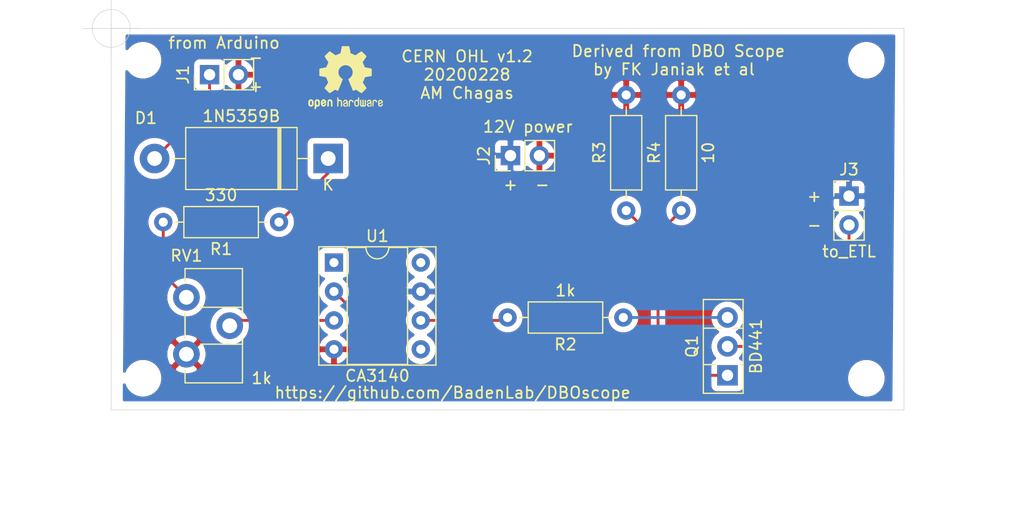
<source format=kicad_pcb>
(kicad_pcb (version 20171130) (host pcbnew 5.1.5-52549c5~84~ubuntu18.04.1)

  (general
    (thickness 1.6)
    (drawings 17)
    (tracks 29)
    (zones 0)
    (modules 16)
    (nets 14)
  )

  (page A4)
  (layers
    (0 F.Cu signal)
    (31 B.Cu signal)
    (32 B.Adhes user)
    (33 F.Adhes user)
    (34 B.Paste user)
    (35 F.Paste user)
    (36 B.SilkS user)
    (37 F.SilkS user)
    (38 B.Mask user)
    (39 F.Mask user)
    (40 Dwgs.User user)
    (41 Cmts.User user)
    (42 Eco1.User user)
    (43 Eco2.User user)
    (44 Edge.Cuts user)
    (45 Margin user)
    (46 B.CrtYd user)
    (47 F.CrtYd user)
    (48 B.Fab user)
    (49 F.Fab user)
  )

  (setup
    (last_trace_width 0.25)
    (trace_clearance 0.2)
    (zone_clearance 0.508)
    (zone_45_only no)
    (trace_min 0.2)
    (via_size 0.8)
    (via_drill 0.4)
    (via_min_size 0.4)
    (via_min_drill 0.3)
    (uvia_size 0.3)
    (uvia_drill 0.1)
    (uvias_allowed no)
    (uvia_min_size 0.2)
    (uvia_min_drill 0.1)
    (edge_width 0.05)
    (segment_width 0.2)
    (pcb_text_width 0.3)
    (pcb_text_size 1.5 1.5)
    (mod_edge_width 0.12)
    (mod_text_size 1 1)
    (mod_text_width 0.15)
    (pad_size 1.524 1.524)
    (pad_drill 0.762)
    (pad_to_mask_clearance 0.051)
    (solder_mask_min_width 0.25)
    (aux_axis_origin 123.952 130.048)
    (visible_elements FFFFFF7F)
    (pcbplotparams
      (layerselection 0x3ffff_ffffffff)
      (usegerberextensions false)
      (usegerberattributes false)
      (usegerberadvancedattributes false)
      (creategerberjobfile false)
      (excludeedgelayer true)
      (linewidth 0.100000)
      (plotframeref false)
      (viasonmask false)
      (mode 1)
      (useauxorigin false)
      (hpglpennumber 1)
      (hpglpenspeed 20)
      (hpglpendiameter 15.000000)
      (psnegative false)
      (psa4output false)
      (plotreference true)
      (plotvalue true)
      (plotinvisibletext false)
      (padsonsilk false)
      (subtractmaskfromsilk false)
      (outputformat 1)
      (mirror false)
      (drillshape 0)
      (scaleselection 1)
      (outputdirectory "gerbers/"))
  )

  (net 0 "")
  (net 1 GND)
  (net 2 +12V)
  (net 3 "Net-(J3-Pad2)")
  (net 4 "Net-(Q1-Pad1)")
  (net 5 "Net-(Q1-Pad3)")
  (net 6 "Net-(R1-Pad2)")
  (net 7 "Net-(R2-Pad2)")
  (net 8 "Net-(RV1-Pad2)")
  (net 9 "Net-(U1-Pad1)")
  (net 10 "Net-(U1-Pad5)")
  (net 11 "Net-(U1-Pad8)")
  (net 12 "Net-(D1-Pad1)")
  (net 13 "Net-(D1-Pad2)")

  (net_class Default "This is the default net class."
    (clearance 0.2)
    (trace_width 0.25)
    (via_dia 0.8)
    (via_drill 0.4)
    (uvia_dia 0.3)
    (uvia_drill 0.1)
    (add_net +12V)
    (add_net GND)
    (add_net "Net-(D1-Pad1)")
    (add_net "Net-(D1-Pad2)")
    (add_net "Net-(J3-Pad2)")
    (add_net "Net-(Q1-Pad1)")
    (add_net "Net-(Q1-Pad3)")
    (add_net "Net-(R1-Pad2)")
    (add_net "Net-(R2-Pad2)")
    (add_net "Net-(RV1-Pad2)")
    (add_net "Net-(U1-Pad1)")
    (add_net "Net-(U1-Pad5)")
    (add_net "Net-(U1-Pad8)")
  )

  (module Potentiometer_THT:Potentiometer_ACP_CA9-H3,8_Horizontal (layer F.Cu) (tedit 5A3D4994) (tstamp 5E59787E)
    (at 130.556 120.142)
    (descr "Potentiometer, horizontal, ACP CA9-H3,8, http://www.acptechnologies.com/wp-content/uploads/2017/05/02-ACP-CA9-CE9.pdf")
    (tags "Potentiometer horizontal ACP CA9-H3,8")
    (path /5E591700)
    (fp_text reference RV1 (at 0 -3.65) (layer F.SilkS)
      (effects (font (size 1 1) (thickness 0.15)))
    )
    (fp_text value 1k (at 6.604 7.112) (layer F.SilkS)
      (effects (font (size 1 1) (thickness 0.15)))
    )
    (fp_text user %R (at 2.4 2.5) (layer F.Fab)
      (effects (font (size 1 1) (thickness 0.15)))
    )
    (fp_line (start 5.25 -2.7) (end -1.45 -2.7) (layer F.CrtYd) (width 0.05))
    (fp_line (start 5.25 7.65) (end 5.25 -2.7) (layer F.CrtYd) (width 0.05))
    (fp_line (start -1.45 7.65) (end 5.25 7.65) (layer F.CrtYd) (width 0.05))
    (fp_line (start -1.45 -2.7) (end -1.45 7.65) (layer F.CrtYd) (width 0.05))
    (fp_line (start 4.92 3.573) (end 4.92 4.12) (layer F.SilkS) (width 0.12))
    (fp_line (start 4.92 0.88) (end 4.92 1.428) (layer F.SilkS) (width 0.12))
    (fp_line (start -0.121 1.426) (end -0.121 3.575) (layer F.SilkS) (width 0.12))
    (fp_line (start 1.237 4.12) (end 4.92 4.12) (layer F.SilkS) (width 0.12))
    (fp_line (start 1.237 0.88) (end 4.92 0.88) (layer F.SilkS) (width 0.12))
    (fp_line (start -0.121 1.426) (end -0.121 3.575) (layer F.SilkS) (width 0.12))
    (fp_line (start -0.121 -2.521) (end -0.121 -1.426) (layer F.SilkS) (width 0.12))
    (fp_line (start -0.121 6.425) (end -0.121 7.52) (layer F.SilkS) (width 0.12))
    (fp_line (start 4.92 3.573) (end 4.92 7.52) (layer F.SilkS) (width 0.12))
    (fp_line (start 4.92 -2.521) (end 4.92 1.428) (layer F.SilkS) (width 0.12))
    (fp_line (start -0.121 7.52) (end 4.92 7.52) (layer F.SilkS) (width 0.12))
    (fp_line (start -0.121 -2.521) (end 4.92 -2.521) (layer F.SilkS) (width 0.12))
    (fp_line (start 4.8 1) (end 0 1) (layer F.Fab) (width 0.1))
    (fp_line (start 4.8 4) (end 4.8 1) (layer F.Fab) (width 0.1))
    (fp_line (start 0 4) (end 4.8 4) (layer F.Fab) (width 0.1))
    (fp_line (start 0 1) (end 0 4) (layer F.Fab) (width 0.1))
    (fp_line (start 0 -2.4) (end 4.8 -2.4) (layer F.Fab) (width 0.1))
    (fp_line (start 0 7.4) (end 0 -2.4) (layer F.Fab) (width 0.1))
    (fp_line (start 4.8 7.4) (end 0 7.4) (layer F.Fab) (width 0.1))
    (fp_line (start 4.8 -2.4) (end 4.8 7.4) (layer F.Fab) (width 0.1))
    (pad 1 thru_hole circle (at 0 0) (size 2.34 2.34) (drill 1.3) (layers *.Cu *.Mask)
      (net 6 "Net-(R1-Pad2)"))
    (pad 2 thru_hole circle (at 3.8 2.5) (size 2.34 2.34) (drill 1.3) (layers *.Cu *.Mask)
      (net 8 "Net-(RV1-Pad2)"))
    (pad 3 thru_hole circle (at 0 5) (size 2.34 2.34) (drill 1.3) (layers *.Cu *.Mask)
      (net 1 GND))
    (model ${KISYS3DMOD}/Potentiometer_THT.3dshapes/Potentiometer_ACP_CA9-H3,8_Horizontal.wrl
      (at (xyz 0 0 0))
      (scale (xyz 1 1 1))
      (rotate (xyz 0 0 0))
    )
  )

  (module Diode_THT:D_DO-201_P15.24mm_Horizontal (layer F.Cu) (tedit 5AE50CD5) (tstamp 5EA9C1EE)
    (at 143.002 107.95 180)
    (descr "Diode, DO-201 series, Axial, Horizontal, pin pitch=15.24mm, , length*diameter=9.53*5.21mm^2, , http://www.diodes.com/_files/packages/DO-201.pdf")
    (tags "Diode DO-201 series Axial Horizontal pin pitch 15.24mm  length 9.53mm diameter 5.21mm")
    (path /5EA995FC)
    (fp_text reference D1 (at 16.002 3.556) (layer F.SilkS)
      (effects (font (size 1 1) (thickness 0.15)))
    )
    (fp_text value 1N5359B (at 7.62 3.725) (layer F.SilkS)
      (effects (font (size 1 1) (thickness 0.15)))
    )
    (fp_line (start 2.855 -2.605) (end 2.855 2.605) (layer F.Fab) (width 0.1))
    (fp_line (start 2.855 2.605) (end 12.385 2.605) (layer F.Fab) (width 0.1))
    (fp_line (start 12.385 2.605) (end 12.385 -2.605) (layer F.Fab) (width 0.1))
    (fp_line (start 12.385 -2.605) (end 2.855 -2.605) (layer F.Fab) (width 0.1))
    (fp_line (start 0 0) (end 2.855 0) (layer F.Fab) (width 0.1))
    (fp_line (start 15.24 0) (end 12.385 0) (layer F.Fab) (width 0.1))
    (fp_line (start 4.2845 -2.605) (end 4.2845 2.605) (layer F.Fab) (width 0.1))
    (fp_line (start 4.3845 -2.605) (end 4.3845 2.605) (layer F.Fab) (width 0.1))
    (fp_line (start 4.1845 -2.605) (end 4.1845 2.605) (layer F.Fab) (width 0.1))
    (fp_line (start 2.735 -2.725) (end 2.735 2.725) (layer F.SilkS) (width 0.12))
    (fp_line (start 2.735 2.725) (end 12.505 2.725) (layer F.SilkS) (width 0.12))
    (fp_line (start 12.505 2.725) (end 12.505 -2.725) (layer F.SilkS) (width 0.12))
    (fp_line (start 12.505 -2.725) (end 2.735 -2.725) (layer F.SilkS) (width 0.12))
    (fp_line (start 1.54 0) (end 2.735 0) (layer F.SilkS) (width 0.12))
    (fp_line (start 13.7 0) (end 12.505 0) (layer F.SilkS) (width 0.12))
    (fp_line (start 4.2845 -2.725) (end 4.2845 2.725) (layer F.SilkS) (width 0.12))
    (fp_line (start 4.4045 -2.725) (end 4.4045 2.725) (layer F.SilkS) (width 0.12))
    (fp_line (start 4.1645 -2.725) (end 4.1645 2.725) (layer F.SilkS) (width 0.12))
    (fp_line (start -1.55 -2.86) (end -1.55 2.86) (layer F.CrtYd) (width 0.05))
    (fp_line (start -1.55 2.86) (end 16.79 2.86) (layer F.CrtYd) (width 0.05))
    (fp_line (start 16.79 2.86) (end 16.79 -2.86) (layer F.CrtYd) (width 0.05))
    (fp_line (start 16.79 -2.86) (end -1.55 -2.86) (layer F.CrtYd) (width 0.05))
    (fp_text user %R (at 8.33475 0) (layer F.Fab)
      (effects (font (size 1 1) (thickness 0.15)))
    )
    (fp_text user K (at 0 -2.3) (layer F.Fab)
      (effects (font (size 1 1) (thickness 0.15)))
    )
    (fp_text user K (at 0 -2.3) (layer F.SilkS)
      (effects (font (size 1 1) (thickness 0.15)))
    )
    (pad 1 thru_hole rect (at 0 0 180) (size 2.6 2.6) (drill 1.3) (layers *.Cu *.Mask)
      (net 12 "Net-(D1-Pad1)"))
    (pad 2 thru_hole oval (at 15.24 0 180) (size 2.6 2.6) (drill 1.3) (layers *.Cu *.Mask)
      (net 13 "Net-(D1-Pad2)"))
    (model ${KISYS3DMOD}/Diode_THT.3dshapes/D_DO-201_P15.24mm_Horizontal.wrl
      (at (xyz 0 0 0))
      (scale (xyz 1 1 1))
      (rotate (xyz 0 0 0))
    )
  )

  (module MountingHole:MountingHole_2.2mm_M2_DIN965 (layer F.Cu) (tedit 56D1B4CB) (tstamp 5E59A451)
    (at 126.746 127.254)
    (descr "Mounting Hole 2.2mm, no annular, M2, DIN965")
    (tags "mounting hole 2.2mm no annular m2 din965")
    (attr virtual)
    (fp_text reference REF** (at 0 -2.9) (layer F.SilkS) hide
      (effects (font (size 1 1) (thickness 0.15)))
    )
    (fp_text value MountingHole_2.2mm_M2_DIN965 (at 0 2.9) (layer F.Fab)
      (effects (font (size 1 1) (thickness 0.15)))
    )
    (fp_circle (center 0 0) (end 2.15 0) (layer F.CrtYd) (width 0.05))
    (fp_circle (center 0 0) (end 1.9 0) (layer Cmts.User) (width 0.15))
    (fp_text user %R (at 0.3 0) (layer F.Fab)
      (effects (font (size 1 1) (thickness 0.15)))
    )
    (pad 1 np_thru_hole circle (at 0 0) (size 2.2 2.2) (drill 2.2) (layers *.Cu *.Mask))
  )

  (module MountingHole:MountingHole_2.2mm_M2_DIN965 (layer F.Cu) (tedit 56D1B4CB) (tstamp 5E59A3D2)
    (at 126.746 99.314)
    (descr "Mounting Hole 2.2mm, no annular, M2, DIN965")
    (tags "mounting hole 2.2mm no annular m2 din965")
    (attr virtual)
    (fp_text reference REF** (at 0 -2.9) (layer F.SilkS) hide
      (effects (font (size 1 1) (thickness 0.15)))
    )
    (fp_text value MountingHole_2.2mm_M2_DIN965 (at 0 2.9) (layer F.Fab)
      (effects (font (size 1 1) (thickness 0.15)))
    )
    (fp_circle (center 0 0) (end 2.15 0) (layer F.CrtYd) (width 0.05))
    (fp_circle (center 0 0) (end 1.9 0) (layer Cmts.User) (width 0.15))
    (fp_text user %R (at 0.3 0) (layer F.Fab)
      (effects (font (size 1 1) (thickness 0.15)))
    )
    (pad 1 np_thru_hole circle (at 0 0) (size 2.2 2.2) (drill 2.2) (layers *.Cu *.Mask))
  )

  (module MountingHole:MountingHole_2.2mm_M2_DIN965 (layer F.Cu) (tedit 56D1B4CB) (tstamp 5E59A368)
    (at 190.246 99.314)
    (descr "Mounting Hole 2.2mm, no annular, M2, DIN965")
    (tags "mounting hole 2.2mm no annular m2 din965")
    (attr virtual)
    (fp_text reference REF** (at 0 -2.9) (layer F.SilkS) hide
      (effects (font (size 1 1) (thickness 0.15)))
    )
    (fp_text value MountingHole_2.2mm_M2_DIN965 (at 0 2.9) (layer F.Fab)
      (effects (font (size 1 1) (thickness 0.15)))
    )
    (fp_circle (center 0 0) (end 2.15 0) (layer F.CrtYd) (width 0.05))
    (fp_circle (center 0 0) (end 1.9 0) (layer Cmts.User) (width 0.15))
    (fp_text user %R (at 0.3 0) (layer F.Fab)
      (effects (font (size 1 1) (thickness 0.15)))
    )
    (pad 1 np_thru_hole circle (at 0 0) (size 2.2 2.2) (drill 2.2) (layers *.Cu *.Mask))
  )

  (module MountingHole:MountingHole_2.2mm_M2_DIN965 (layer F.Cu) (tedit 56D1B4CB) (tstamp 5E598F5B)
    (at 190.246 127.254)
    (descr "Mounting Hole 2.2mm, no annular, M2, DIN965")
    (tags "mounting hole 2.2mm no annular m2 din965")
    (attr virtual)
    (fp_text reference REF** (at 0 -2.9) (layer F.SilkS) hide
      (effects (font (size 1 1) (thickness 0.15)))
    )
    (fp_text value MountingHole_2.2mm_M2_DIN965 (at 0 2.9) (layer F.Fab)
      (effects (font (size 1 1) (thickness 0.15)))
    )
    (fp_circle (center 0 0) (end 2.15 0) (layer F.CrtYd) (width 0.05))
    (fp_circle (center 0 0) (end 1.9 0) (layer Cmts.User) (width 0.15))
    (fp_text user %R (at 0.3 0) (layer F.Fab)
      (effects (font (size 1 1) (thickness 0.15)))
    )
    (pad 1 np_thru_hole circle (at 0 0) (size 2.2 2.2) (drill 2.2) (layers *.Cu *.Mask))
  )

  (module Symbol:OSHW-Logo2_7.3x6mm_SilkScreen (layer F.Cu) (tedit 0) (tstamp 5E5989B4)
    (at 144.526 100.838)
    (descr "Open Source Hardware Symbol")
    (tags "Logo Symbol OSHW")
    (attr virtual)
    (fp_text reference REF** (at 0 0) (layer F.SilkS) hide
      (effects (font (size 1 1) (thickness 0.15)))
    )
    (fp_text value OSHW-Logo2_7.3x6mm_SilkScreen (at 0.75 0) (layer F.Fab) hide
      (effects (font (size 1 1) (thickness 0.15)))
    )
    (fp_poly (pts (xy 0.10391 -2.757652) (xy 0.182454 -2.757222) (xy 0.239298 -2.756058) (xy 0.278105 -2.753793)
      (xy 0.302538 -2.75006) (xy 0.316262 -2.744494) (xy 0.32294 -2.736727) (xy 0.326236 -2.726395)
      (xy 0.326556 -2.725057) (xy 0.331562 -2.700921) (xy 0.340829 -2.653299) (xy 0.353392 -2.587259)
      (xy 0.368287 -2.507872) (xy 0.384551 -2.420204) (xy 0.385119 -2.417125) (xy 0.40141 -2.331211)
      (xy 0.416652 -2.255304) (xy 0.429861 -2.193955) (xy 0.440054 -2.151718) (xy 0.446248 -2.133145)
      (xy 0.446543 -2.132816) (xy 0.464788 -2.123747) (xy 0.502405 -2.108633) (xy 0.551271 -2.090738)
      (xy 0.551543 -2.090642) (xy 0.613093 -2.067507) (xy 0.685657 -2.038035) (xy 0.754057 -2.008403)
      (xy 0.757294 -2.006938) (xy 0.868702 -1.956374) (xy 1.115399 -2.12484) (xy 1.191077 -2.176197)
      (xy 1.259631 -2.222111) (xy 1.317088 -2.25997) (xy 1.359476 -2.287163) (xy 1.382825 -2.301079)
      (xy 1.385042 -2.302111) (xy 1.40201 -2.297516) (xy 1.433701 -2.275345) (xy 1.481352 -2.234553)
      (xy 1.546198 -2.174095) (xy 1.612397 -2.109773) (xy 1.676214 -2.046388) (xy 1.733329 -1.988549)
      (xy 1.780305 -1.939825) (xy 1.813703 -1.90379) (xy 1.830085 -1.884016) (xy 1.830694 -1.882998)
      (xy 1.832505 -1.869428) (xy 1.825683 -1.847267) (xy 1.80854 -1.813522) (xy 1.779393 -1.7652)
      (xy 1.736555 -1.699308) (xy 1.679448 -1.614483) (xy 1.628766 -1.539823) (xy 1.583461 -1.47286)
      (xy 1.54615 -1.417484) (xy 1.519452 -1.37758) (xy 1.505985 -1.357038) (xy 1.505137 -1.355644)
      (xy 1.506781 -1.335962) (xy 1.519245 -1.297707) (xy 1.540048 -1.248111) (xy 1.547462 -1.232272)
      (xy 1.579814 -1.16171) (xy 1.614328 -1.081647) (xy 1.642365 -1.012371) (xy 1.662568 -0.960955)
      (xy 1.678615 -0.921881) (xy 1.687888 -0.901459) (xy 1.689041 -0.899886) (xy 1.706096 -0.897279)
      (xy 1.746298 -0.890137) (xy 1.804302 -0.879477) (xy 1.874763 -0.866315) (xy 1.952335 -0.851667)
      (xy 2.031672 -0.836551) (xy 2.107431 -0.821982) (xy 2.174264 -0.808978) (xy 2.226828 -0.798555)
      (xy 2.259776 -0.79173) (xy 2.267857 -0.789801) (xy 2.276205 -0.785038) (xy 2.282506 -0.774282)
      (xy 2.287045 -0.753902) (xy 2.290104 -0.720266) (xy 2.291967 -0.669745) (xy 2.292918 -0.598708)
      (xy 2.29324 -0.503524) (xy 2.293257 -0.464508) (xy 2.293257 -0.147201) (xy 2.217057 -0.132161)
      (xy 2.174663 -0.124005) (xy 2.1114 -0.112101) (xy 2.034962 -0.097884) (xy 1.953043 -0.08279)
      (xy 1.9304 -0.078645) (xy 1.854806 -0.063947) (xy 1.788953 -0.049495) (xy 1.738366 -0.036625)
      (xy 1.708574 -0.026678) (xy 1.703612 -0.023713) (xy 1.691426 -0.002717) (xy 1.673953 0.037967)
      (xy 1.654577 0.090322) (xy 1.650734 0.1016) (xy 1.625339 0.171523) (xy 1.593817 0.250418)
      (xy 1.562969 0.321266) (xy 1.562817 0.321595) (xy 1.511447 0.432733) (xy 1.680399 0.681253)
      (xy 1.849352 0.929772) (xy 1.632429 1.147058) (xy 1.566819 1.211726) (xy 1.506979 1.268733)
      (xy 1.456267 1.315033) (xy 1.418046 1.347584) (xy 1.395675 1.363343) (xy 1.392466 1.364343)
      (xy 1.373626 1.356469) (xy 1.33518 1.334578) (xy 1.28133 1.301267) (xy 1.216276 1.259131)
      (xy 1.14594 1.211943) (xy 1.074555 1.16381) (xy 1.010908 1.121928) (xy 0.959041 1.088871)
      (xy 0.922995 1.067218) (xy 0.906867 1.059543) (xy 0.887189 1.066037) (xy 0.849875 1.08315)
      (xy 0.802621 1.107326) (xy 0.797612 1.110013) (xy 0.733977 1.141927) (xy 0.690341 1.157579)
      (xy 0.663202 1.157745) (xy 0.649057 1.143204) (xy 0.648975 1.143) (xy 0.641905 1.125779)
      (xy 0.625042 1.084899) (xy 0.599695 1.023525) (xy 0.567171 0.944819) (xy 0.528778 0.851947)
      (xy 0.485822 0.748072) (xy 0.444222 0.647502) (xy 0.398504 0.536516) (xy 0.356526 0.433703)
      (xy 0.319548 0.342215) (xy 0.288827 0.265201) (xy 0.265622 0.205815) (xy 0.25119 0.167209)
      (xy 0.246743 0.1528) (xy 0.257896 0.136272) (xy 0.287069 0.10993) (xy 0.325971 0.080887)
      (xy 0.436757 -0.010961) (xy 0.523351 -0.116241) (xy 0.584716 -0.232734) (xy 0.619815 -0.358224)
      (xy 0.627608 -0.490493) (xy 0.621943 -0.551543) (xy 0.591078 -0.678205) (xy 0.53792 -0.790059)
      (xy 0.465767 -0.885999) (xy 0.377917 -0.964924) (xy 0.277665 -1.02573) (xy 0.16831 -1.067313)
      (xy 0.053147 -1.088572) (xy -0.064525 -1.088401) (xy -0.18141 -1.065699) (xy -0.294211 -1.019362)
      (xy -0.399631 -0.948287) (xy -0.443632 -0.908089) (xy -0.528021 -0.804871) (xy -0.586778 -0.692075)
      (xy -0.620296 -0.57299) (xy -0.628965 -0.450905) (xy -0.613177 -0.329107) (xy -0.573322 -0.210884)
      (xy -0.509793 -0.099525) (xy -0.422979 0.001684) (xy -0.325971 0.080887) (xy -0.285563 0.111162)
      (xy -0.257018 0.137219) (xy -0.246743 0.152825) (xy -0.252123 0.169843) (xy -0.267425 0.2105)
      (xy -0.291388 0.271642) (xy -0.322756 0.350119) (xy -0.360268 0.44278) (xy -0.402667 0.546472)
      (xy -0.444337 0.647526) (xy -0.49031 0.758607) (xy -0.532893 0.861541) (xy -0.570779 0.953165)
      (xy -0.60266 1.030316) (xy -0.627229 1.089831) (xy -0.64318 1.128544) (xy -0.64909 1.143)
      (xy -0.663052 1.157685) (xy -0.69006 1.157642) (xy -0.733587 1.142099) (xy -0.79711 1.110284)
      (xy -0.797612 1.110013) (xy -0.84544 1.085323) (xy -0.884103 1.067338) (xy -0.905905 1.059614)
      (xy -0.906867 1.059543) (xy -0.923279 1.067378) (xy -0.959513 1.089165) (xy -1.011526 1.122328)
      (xy -1.075275 1.164291) (xy -1.14594 1.211943) (xy -1.217884 1.260191) (xy -1.282726 1.302151)
      (xy -1.336265 1.335227) (xy -1.374303 1.356821) (xy -1.392467 1.364343) (xy -1.409192 1.354457)
      (xy -1.44282 1.326826) (xy -1.48999 1.284495) (xy -1.547342 1.230505) (xy -1.611516 1.167899)
      (xy -1.632503 1.146983) (xy -1.849501 0.929623) (xy -1.684332 0.68722) (xy -1.634136 0.612781)
      (xy -1.590081 0.545972) (xy -1.554638 0.490665) (xy -1.530281 0.450729) (xy -1.519478 0.430036)
      (xy -1.519162 0.428563) (xy -1.524857 0.409058) (xy -1.540174 0.369822) (xy -1.562463 0.31743)
      (xy -1.578107 0.282355) (xy -1.607359 0.215201) (xy -1.634906 0.147358) (xy -1.656263 0.090034)
      (xy -1.662065 0.072572) (xy -1.678548 0.025938) (xy -1.69466 -0.010095) (xy -1.70351 -0.023713)
      (xy -1.72304 -0.032048) (xy -1.765666 -0.043863) (xy -1.825855 -0.057819) (xy -1.898078 -0.072578)
      (xy -1.9304 -0.078645) (xy -2.012478 -0.093727) (xy -2.091205 -0.108331) (xy -2.158891 -0.12102)
      (xy -2.20784 -0.130358) (xy -2.217057 -0.132161) (xy -2.293257 -0.147201) (xy -2.293257 -0.464508)
      (xy -2.293086 -0.568846) (xy -2.292384 -0.647787) (xy -2.290866 -0.704962) (xy -2.288251 -0.744001)
      (xy -2.284254 -0.768535) (xy -2.278591 -0.782195) (xy -2.27098 -0.788611) (xy -2.267857 -0.789801)
      (xy -2.249022 -0.79402) (xy -2.207412 -0.802438) (xy -2.14837 -0.814039) (xy -2.077243 -0.827805)
      (xy -1.999375 -0.84272) (xy -1.920113 -0.857768) (xy -1.844802 -0.871931) (xy -1.778787 -0.884194)
      (xy -1.727413 -0.893539) (xy -1.696025 -0.89895) (xy -1.689041 -0.899886) (xy -1.682715 -0.912404)
      (xy -1.66871 -0.945754) (xy -1.649645 -0.993623) (xy -1.642366 -1.012371) (xy -1.613004 -1.084805)
      (xy -1.578429 -1.16483) (xy -1.547463 -1.232272) (xy -1.524677 -1.283841) (xy -1.509518 -1.326215)
      (xy -1.504458 -1.352166) (xy -1.505264 -1.355644) (xy -1.515959 -1.372064) (xy -1.54038 -1.408583)
      (xy -1.575905 -1.461313) (xy -1.619913 -1.526365) (xy -1.669783 -1.599849) (xy -1.679644 -1.614355)
      (xy -1.737508 -1.700296) (xy -1.780044 -1.765739) (xy -1.808946 -1.813696) (xy -1.82591 -1.84718)
      (xy -1.832633 -1.869205) (xy -1.83081 -1.882783) (xy -1.830764 -1.882869) (xy -1.816414 -1.900703)
      (xy -1.784677 -1.935183) (xy -1.73899 -1.982732) (xy -1.682796 -2.039778) (xy -1.619532 -2.102745)
      (xy -1.612398 -2.109773) (xy -1.53267 -2.18698) (xy -1.471143 -2.24367) (xy -1.426579 -2.28089)
      (xy -1.397743 -2.299685) (xy -1.385042 -2.302111) (xy -1.366506 -2.291529) (xy -1.328039 -2.267084)
      (xy -1.273614 -2.231388) (xy -1.207202 -2.187053) (xy -1.132775 -2.136689) (xy -1.115399 -2.12484)
      (xy -0.868703 -1.956374) (xy -0.757294 -2.006938) (xy -0.689543 -2.036405) (xy -0.616817 -2.066041)
      (xy -0.554297 -2.08967) (xy -0.551543 -2.090642) (xy -0.50264 -2.108543) (xy -0.464943 -2.12368)
      (xy -0.446575 -2.13279) (xy -0.446544 -2.132816) (xy -0.440715 -2.149283) (xy -0.430808 -2.189781)
      (xy -0.417805 -2.249758) (xy -0.402691 -2.32466) (xy -0.386448 -2.409936) (xy -0.385119 -2.417125)
      (xy -0.368825 -2.504986) (xy -0.353867 -2.58474) (xy -0.341209 -2.651319) (xy -0.331814 -2.699653)
      (xy -0.326646 -2.724675) (xy -0.326556 -2.725057) (xy -0.323411 -2.735701) (xy -0.317296 -2.743738)
      (xy -0.304547 -2.749533) (xy -0.2815 -2.753453) (xy -0.244491 -2.755865) (xy -0.189856 -2.757135)
      (xy -0.113933 -2.757629) (xy -0.013056 -2.757714) (xy 0 -2.757714) (xy 0.10391 -2.757652)) (layer F.SilkS) (width 0.01))
    (fp_poly (pts (xy 3.153595 1.966966) (xy 3.211021 2.004497) (xy 3.238719 2.038096) (xy 3.260662 2.099064)
      (xy 3.262405 2.147308) (xy 3.258457 2.211816) (xy 3.109686 2.276934) (xy 3.037349 2.310202)
      (xy 2.990084 2.336964) (xy 2.965507 2.360144) (xy 2.961237 2.382667) (xy 2.974889 2.407455)
      (xy 2.989943 2.423886) (xy 3.033746 2.450235) (xy 3.081389 2.452081) (xy 3.125145 2.431546)
      (xy 3.157289 2.390752) (xy 3.163038 2.376347) (xy 3.190576 2.331356) (xy 3.222258 2.312182)
      (xy 3.265714 2.295779) (xy 3.265714 2.357966) (xy 3.261872 2.400283) (xy 3.246823 2.435969)
      (xy 3.21528 2.476943) (xy 3.210592 2.482267) (xy 3.175506 2.51872) (xy 3.145347 2.538283)
      (xy 3.107615 2.547283) (xy 3.076335 2.55023) (xy 3.020385 2.550965) (xy 2.980555 2.54166)
      (xy 2.955708 2.527846) (xy 2.916656 2.497467) (xy 2.889625 2.464613) (xy 2.872517 2.423294)
      (xy 2.863238 2.367521) (xy 2.859693 2.291305) (xy 2.85941 2.252622) (xy 2.860372 2.206247)
      (xy 2.948007 2.206247) (xy 2.949023 2.231126) (xy 2.951556 2.2352) (xy 2.968274 2.229665)
      (xy 3.004249 2.215017) (xy 3.052331 2.19419) (xy 3.062386 2.189714) (xy 3.123152 2.158814)
      (xy 3.156632 2.131657) (xy 3.16399 2.10622) (xy 3.146391 2.080481) (xy 3.131856 2.069109)
      (xy 3.07941 2.046364) (xy 3.030322 2.050122) (xy 2.989227 2.077884) (xy 2.960758 2.127152)
      (xy 2.951631 2.166257) (xy 2.948007 2.206247) (xy 2.860372 2.206247) (xy 2.861285 2.162249)
      (xy 2.868196 2.095384) (xy 2.881884 2.046695) (xy 2.904096 2.010849) (xy 2.936574 1.982513)
      (xy 2.950733 1.973355) (xy 3.015053 1.949507) (xy 3.085473 1.948006) (xy 3.153595 1.966966)) (layer F.SilkS) (width 0.01))
    (fp_poly (pts (xy 2.6526 1.958752) (xy 2.669948 1.966334) (xy 2.711356 1.999128) (xy 2.746765 2.046547)
      (xy 2.768664 2.097151) (xy 2.772229 2.122098) (xy 2.760279 2.156927) (xy 2.734067 2.175357)
      (xy 2.705964 2.186516) (xy 2.693095 2.188572) (xy 2.686829 2.173649) (xy 2.674456 2.141175)
      (xy 2.669028 2.126502) (xy 2.63859 2.075744) (xy 2.59452 2.050427) (xy 2.53801 2.051206)
      (xy 2.533825 2.052203) (xy 2.503655 2.066507) (xy 2.481476 2.094393) (xy 2.466327 2.139287)
      (xy 2.45725 2.204615) (xy 2.453286 2.293804) (xy 2.452914 2.341261) (xy 2.45273 2.416071)
      (xy 2.451522 2.467069) (xy 2.448309 2.499471) (xy 2.442109 2.518495) (xy 2.43194 2.529356)
      (xy 2.416819 2.537272) (xy 2.415946 2.53767) (xy 2.386828 2.549981) (xy 2.372403 2.554514)
      (xy 2.370186 2.540809) (xy 2.368289 2.502925) (xy 2.366847 2.445715) (xy 2.365998 2.374027)
      (xy 2.365829 2.321565) (xy 2.366692 2.220047) (xy 2.37007 2.143032) (xy 2.377142 2.086023)
      (xy 2.389088 2.044526) (xy 2.40709 2.014043) (xy 2.432327 1.99008) (xy 2.457247 1.973355)
      (xy 2.517171 1.951097) (xy 2.586911 1.946076) (xy 2.6526 1.958752)) (layer F.SilkS) (width 0.01))
    (fp_poly (pts (xy 2.144876 1.956335) (xy 2.186667 1.975344) (xy 2.219469 1.998378) (xy 2.243503 2.024133)
      (xy 2.260097 2.057358) (xy 2.270577 2.1028) (xy 2.276271 2.165207) (xy 2.278507 2.249327)
      (xy 2.278743 2.304721) (xy 2.278743 2.520826) (xy 2.241774 2.53767) (xy 2.212656 2.549981)
      (xy 2.198231 2.554514) (xy 2.195472 2.541025) (xy 2.193282 2.504653) (xy 2.191942 2.451542)
      (xy 2.191657 2.409372) (xy 2.190434 2.348447) (xy 2.187136 2.300115) (xy 2.182321 2.270518)
      (xy 2.178496 2.264229) (xy 2.152783 2.270652) (xy 2.112418 2.287125) (xy 2.065679 2.309458)
      (xy 2.020845 2.333457) (xy 1.986193 2.35493) (xy 1.970002 2.369685) (xy 1.969938 2.369845)
      (xy 1.97133 2.397152) (xy 1.983818 2.423219) (xy 2.005743 2.444392) (xy 2.037743 2.451474)
      (xy 2.065092 2.450649) (xy 2.103826 2.450042) (xy 2.124158 2.459116) (xy 2.136369 2.483092)
      (xy 2.137909 2.487613) (xy 2.143203 2.521806) (xy 2.129047 2.542568) (xy 2.092148 2.552462)
      (xy 2.052289 2.554292) (xy 1.980562 2.540727) (xy 1.943432 2.521355) (xy 1.897576 2.475845)
      (xy 1.873256 2.419983) (xy 1.871073 2.360957) (xy 1.891629 2.305953) (xy 1.922549 2.271486)
      (xy 1.95342 2.252189) (xy 2.001942 2.227759) (xy 2.058485 2.202985) (xy 2.06791 2.199199)
      (xy 2.130019 2.171791) (xy 2.165822 2.147634) (xy 2.177337 2.123619) (xy 2.16658 2.096635)
      (xy 2.148114 2.075543) (xy 2.104469 2.049572) (xy 2.056446 2.047624) (xy 2.012406 2.067637)
      (xy 1.980709 2.107551) (xy 1.976549 2.117848) (xy 1.952327 2.155724) (xy 1.916965 2.183842)
      (xy 1.872343 2.206917) (xy 1.872343 2.141485) (xy 1.874969 2.101506) (xy 1.88623 2.069997)
      (xy 1.911199 2.036378) (xy 1.935169 2.010484) (xy 1.972441 1.973817) (xy 2.001401 1.954121)
      (xy 2.032505 1.94622) (xy 2.067713 1.944914) (xy 2.144876 1.956335)) (layer F.SilkS) (width 0.01))
    (fp_poly (pts (xy 1.779833 1.958663) (xy 1.782048 1.99685) (xy 1.783784 2.054886) (xy 1.784899 2.12818)
      (xy 1.785257 2.205055) (xy 1.785257 2.465196) (xy 1.739326 2.511127) (xy 1.707675 2.539429)
      (xy 1.67989 2.550893) (xy 1.641915 2.550168) (xy 1.62684 2.548321) (xy 1.579726 2.542948)
      (xy 1.540756 2.539869) (xy 1.531257 2.539585) (xy 1.499233 2.541445) (xy 1.453432 2.546114)
      (xy 1.435674 2.548321) (xy 1.392057 2.551735) (xy 1.362745 2.54432) (xy 1.33368 2.521427)
      (xy 1.323188 2.511127) (xy 1.277257 2.465196) (xy 1.277257 1.978602) (xy 1.314226 1.961758)
      (xy 1.346059 1.949282) (xy 1.364683 1.944914) (xy 1.369458 1.958718) (xy 1.373921 1.997286)
      (xy 1.377775 2.056356) (xy 1.380722 2.131663) (xy 1.382143 2.195286) (xy 1.386114 2.445657)
      (xy 1.420759 2.450556) (xy 1.452268 2.447131) (xy 1.467708 2.436041) (xy 1.472023 2.415308)
      (xy 1.475708 2.371145) (xy 1.478469 2.309146) (xy 1.480012 2.234909) (xy 1.480235 2.196706)
      (xy 1.480457 1.976783) (xy 1.526166 1.960849) (xy 1.558518 1.950015) (xy 1.576115 1.944962)
      (xy 1.576623 1.944914) (xy 1.578388 1.958648) (xy 1.580329 1.99673) (xy 1.582282 2.054482)
      (xy 1.584084 2.127227) (xy 1.585343 2.195286) (xy 1.589314 2.445657) (xy 1.6764 2.445657)
      (xy 1.680396 2.21724) (xy 1.684392 1.988822) (xy 1.726847 1.966868) (xy 1.758192 1.951793)
      (xy 1.776744 1.944951) (xy 1.777279 1.944914) (xy 1.779833 1.958663)) (layer F.SilkS) (width 0.01))
    (fp_poly (pts (xy 1.190117 2.065358) (xy 1.189933 2.173837) (xy 1.189219 2.257287) (xy 1.187675 2.319704)
      (xy 1.185001 2.365085) (xy 1.180894 2.397429) (xy 1.175055 2.420733) (xy 1.167182 2.438995)
      (xy 1.161221 2.449418) (xy 1.111855 2.505945) (xy 1.049264 2.541377) (xy 0.980013 2.55409)
      (xy 0.910668 2.542463) (xy 0.869375 2.521568) (xy 0.826025 2.485422) (xy 0.796481 2.441276)
      (xy 0.778655 2.383462) (xy 0.770463 2.306313) (xy 0.769302 2.249714) (xy 0.769458 2.245647)
      (xy 0.870857 2.245647) (xy 0.871476 2.31055) (xy 0.874314 2.353514) (xy 0.88084 2.381622)
      (xy 0.892523 2.401953) (xy 0.906483 2.417288) (xy 0.953365 2.44689) (xy 1.003701 2.449419)
      (xy 1.051276 2.424705) (xy 1.054979 2.421356) (xy 1.070783 2.403935) (xy 1.080693 2.383209)
      (xy 1.086058 2.352362) (xy 1.088228 2.304577) (xy 1.088571 2.251748) (xy 1.087827 2.185381)
      (xy 1.084748 2.141106) (xy 1.078061 2.112009) (xy 1.066496 2.091173) (xy 1.057013 2.080107)
      (xy 1.01296 2.052198) (xy 0.962224 2.048843) (xy 0.913796 2.070159) (xy 0.90445 2.078073)
      (xy 0.88854 2.095647) (xy 0.87861 2.116587) (xy 0.873278 2.147782) (xy 0.871163 2.196122)
      (xy 0.870857 2.245647) (xy 0.769458 2.245647) (xy 0.77281 2.158568) (xy 0.784726 2.090086)
      (xy 0.807135 2.0386) (xy 0.842124 1.998443) (xy 0.869375 1.977861) (xy 0.918907 1.955625)
      (xy 0.976316 1.945304) (xy 1.029682 1.948067) (xy 1.059543 1.959212) (xy 1.071261 1.962383)
      (xy 1.079037 1.950557) (xy 1.084465 1.918866) (xy 1.088571 1.870593) (xy 1.093067 1.816829)
      (xy 1.099313 1.784482) (xy 1.110676 1.765985) (xy 1.130528 1.75377) (xy 1.143 1.748362)
      (xy 1.190171 1.728601) (xy 1.190117 2.065358)) (layer F.SilkS) (width 0.01))
    (fp_poly (pts (xy 0.529926 1.949755) (xy 0.595858 1.974084) (xy 0.649273 2.017117) (xy 0.670164 2.047409)
      (xy 0.692939 2.102994) (xy 0.692466 2.143186) (xy 0.668562 2.170217) (xy 0.659717 2.174813)
      (xy 0.62153 2.189144) (xy 0.602028 2.185472) (xy 0.595422 2.161407) (xy 0.595086 2.148114)
      (xy 0.582992 2.09921) (xy 0.551471 2.064999) (xy 0.507659 2.048476) (xy 0.458695 2.052634)
      (xy 0.418894 2.074227) (xy 0.40545 2.086544) (xy 0.395921 2.101487) (xy 0.389485 2.124075)
      (xy 0.385317 2.159328) (xy 0.382597 2.212266) (xy 0.380502 2.287907) (xy 0.37996 2.311857)
      (xy 0.377981 2.39379) (xy 0.375731 2.451455) (xy 0.372357 2.489608) (xy 0.367006 2.513004)
      (xy 0.358824 2.526398) (xy 0.346959 2.534545) (xy 0.339362 2.538144) (xy 0.307102 2.550452)
      (xy 0.288111 2.554514) (xy 0.281836 2.540948) (xy 0.278006 2.499934) (xy 0.2766 2.430999)
      (xy 0.277598 2.333669) (xy 0.277908 2.318657) (xy 0.280101 2.229859) (xy 0.282693 2.165019)
      (xy 0.286382 2.119067) (xy 0.291864 2.086935) (xy 0.299835 2.063553) (xy 0.310993 2.043852)
      (xy 0.31683 2.03541) (xy 0.350296 1.998057) (xy 0.387727 1.969003) (xy 0.392309 1.966467)
      (xy 0.459426 1.946443) (xy 0.529926 1.949755)) (layer F.SilkS) (width 0.01))
    (fp_poly (pts (xy 0.039744 1.950968) (xy 0.096616 1.972087) (xy 0.097267 1.972493) (xy 0.13244 1.99838)
      (xy 0.158407 2.028633) (xy 0.17667 2.068058) (xy 0.188732 2.121462) (xy 0.196096 2.193651)
      (xy 0.200264 2.289432) (xy 0.200629 2.303078) (xy 0.205876 2.508842) (xy 0.161716 2.531678)
      (xy 0.129763 2.54711) (xy 0.11047 2.554423) (xy 0.109578 2.554514) (xy 0.106239 2.541022)
      (xy 0.103587 2.504626) (xy 0.101956 2.451452) (xy 0.1016 2.408393) (xy 0.101592 2.338641)
      (xy 0.098403 2.294837) (xy 0.087288 2.273944) (xy 0.063501 2.272925) (xy 0.022296 2.288741)
      (xy -0.039914 2.317815) (xy -0.085659 2.341963) (xy -0.109187 2.362913) (xy -0.116104 2.385747)
      (xy -0.116114 2.386877) (xy -0.104701 2.426212) (xy -0.070908 2.447462) (xy -0.019191 2.450539)
      (xy 0.018061 2.450006) (xy 0.037703 2.460735) (xy 0.049952 2.486505) (xy 0.057002 2.519337)
      (xy 0.046842 2.537966) (xy 0.043017 2.540632) (xy 0.007001 2.55134) (xy -0.043434 2.552856)
      (xy -0.095374 2.545759) (xy -0.132178 2.532788) (xy -0.183062 2.489585) (xy -0.211986 2.429446)
      (xy -0.217714 2.382462) (xy -0.213343 2.340082) (xy -0.197525 2.305488) (xy -0.166203 2.274763)
      (xy -0.115322 2.24399) (xy -0.040824 2.209252) (xy -0.036286 2.207288) (xy 0.030821 2.176287)
      (xy 0.072232 2.150862) (xy 0.089981 2.128014) (xy 0.086107 2.104745) (xy 0.062643 2.078056)
      (xy 0.055627 2.071914) (xy 0.00863 2.0481) (xy -0.040067 2.049103) (xy -0.082478 2.072451)
      (xy -0.110616 2.115675) (xy -0.113231 2.12416) (xy -0.138692 2.165308) (xy -0.170999 2.185128)
      (xy -0.217714 2.20477) (xy -0.217714 2.15395) (xy -0.203504 2.080082) (xy -0.161325 2.012327)
      (xy -0.139376 1.989661) (xy -0.089483 1.960569) (xy -0.026033 1.9474) (xy 0.039744 1.950968)) (layer F.SilkS) (width 0.01))
    (fp_poly (pts (xy -0.624114 1.851289) (xy -0.619861 1.910613) (xy -0.614975 1.945572) (xy -0.608205 1.96082)
      (xy -0.598298 1.961015) (xy -0.595086 1.959195) (xy -0.552356 1.946015) (xy -0.496773 1.946785)
      (xy -0.440263 1.960333) (xy -0.404918 1.977861) (xy -0.368679 2.005861) (xy -0.342187 2.037549)
      (xy -0.324001 2.077813) (xy -0.312678 2.131543) (xy -0.306778 2.203626) (xy -0.304857 2.298951)
      (xy -0.304823 2.317237) (xy -0.3048 2.522646) (xy -0.350509 2.53858) (xy -0.382973 2.54942)
      (xy -0.400785 2.554468) (xy -0.401309 2.554514) (xy -0.403063 2.540828) (xy -0.404556 2.503076)
      (xy -0.405674 2.446224) (xy -0.406303 2.375234) (xy -0.4064 2.332073) (xy -0.406602 2.246973)
      (xy -0.407642 2.185981) (xy -0.410169 2.144177) (xy -0.414836 2.116642) (xy -0.422293 2.098456)
      (xy -0.433189 2.084698) (xy -0.439993 2.078073) (xy -0.486728 2.051375) (xy -0.537728 2.049375)
      (xy -0.583999 2.071955) (xy -0.592556 2.080107) (xy -0.605107 2.095436) (xy -0.613812 2.113618)
      (xy -0.619369 2.139909) (xy -0.622474 2.179562) (xy -0.623824 2.237832) (xy -0.624114 2.318173)
      (xy -0.624114 2.522646) (xy -0.669823 2.53858) (xy -0.702287 2.54942) (xy -0.720099 2.554468)
      (xy -0.720623 2.554514) (xy -0.721963 2.540623) (xy -0.723172 2.501439) (xy -0.724199 2.4407)
      (xy -0.724998 2.362141) (xy -0.725519 2.269498) (xy -0.725714 2.166509) (xy -0.725714 1.769342)
      (xy -0.678543 1.749444) (xy -0.631371 1.729547) (xy -0.624114 1.851289)) (layer F.SilkS) (width 0.01))
    (fp_poly (pts (xy -1.831697 1.931239) (xy -1.774473 1.969735) (xy -1.730251 2.025335) (xy -1.703833 2.096086)
      (xy -1.69849 2.148162) (xy -1.699097 2.169893) (xy -1.704178 2.186531) (xy -1.718145 2.201437)
      (xy -1.745411 2.217973) (xy -1.790388 2.239498) (xy -1.857489 2.269374) (xy -1.857829 2.269524)
      (xy -1.919593 2.297813) (xy -1.970241 2.322933) (xy -2.004596 2.342179) (xy -2.017482 2.352848)
      (xy -2.017486 2.352934) (xy -2.006128 2.376166) (xy -1.979569 2.401774) (xy -1.949077 2.420221)
      (xy -1.93363 2.423886) (xy -1.891485 2.411212) (xy -1.855192 2.379471) (xy -1.837483 2.344572)
      (xy -1.820448 2.318845) (xy -1.787078 2.289546) (xy -1.747851 2.264235) (xy -1.713244 2.250471)
      (xy -1.706007 2.249714) (xy -1.697861 2.26216) (xy -1.69737 2.293972) (xy -1.703357 2.336866)
      (xy -1.714643 2.382558) (xy -1.73005 2.422761) (xy -1.730829 2.424322) (xy -1.777196 2.489062)
      (xy -1.837289 2.533097) (xy -1.905535 2.554711) (xy -1.976362 2.552185) (xy -2.044196 2.523804)
      (xy -2.047212 2.521808) (xy -2.100573 2.473448) (xy -2.13566 2.410352) (xy -2.155078 2.327387)
      (xy -2.157684 2.304078) (xy -2.162299 2.194055) (xy -2.156767 2.142748) (xy -2.017486 2.142748)
      (xy -2.015676 2.174753) (xy -2.005778 2.184093) (xy -1.981102 2.177105) (xy -1.942205 2.160587)
      (xy -1.898725 2.139881) (xy -1.897644 2.139333) (xy -1.860791 2.119949) (xy -1.846 2.107013)
      (xy -1.849647 2.093451) (xy -1.865005 2.075632) (xy -1.904077 2.049845) (xy -1.946154 2.04795)
      (xy -1.983897 2.066717) (xy -2.009966 2.102915) (xy -2.017486 2.142748) (xy -2.156767 2.142748)
      (xy -2.152806 2.106027) (xy -2.12845 2.036212) (xy -2.094544 1.987302) (xy -2.033347 1.937878)
      (xy -1.965937 1.913359) (xy -1.89712 1.911797) (xy -1.831697 1.931239)) (layer F.SilkS) (width 0.01))
    (fp_poly (pts (xy -2.958885 1.921962) (xy -2.890855 1.957733) (xy -2.840649 2.015301) (xy -2.822815 2.052312)
      (xy -2.808937 2.107882) (xy -2.801833 2.178096) (xy -2.80116 2.254727) (xy -2.806573 2.329552)
      (xy -2.81773 2.394342) (xy -2.834286 2.440873) (xy -2.839374 2.448887) (xy -2.899645 2.508707)
      (xy -2.971231 2.544535) (xy -3.048908 2.55502) (xy -3.127452 2.53881) (xy -3.149311 2.529092)
      (xy -3.191878 2.499143) (xy -3.229237 2.459433) (xy -3.232768 2.454397) (xy -3.247119 2.430124)
      (xy -3.256606 2.404178) (xy -3.26221 2.370022) (xy -3.264914 2.321119) (xy -3.265701 2.250935)
      (xy -3.265714 2.2352) (xy -3.265678 2.230192) (xy -3.120571 2.230192) (xy -3.119727 2.29643)
      (xy -3.116404 2.340386) (xy -3.109417 2.368779) (xy -3.097584 2.388325) (xy -3.091543 2.394857)
      (xy -3.056814 2.41968) (xy -3.023097 2.418548) (xy -2.989005 2.397016) (xy -2.968671 2.374029)
      (xy -2.956629 2.340478) (xy -2.949866 2.287569) (xy -2.949402 2.281399) (xy -2.948248 2.185513)
      (xy -2.960312 2.114299) (xy -2.98543 2.068194) (xy -3.02344 2.047635) (xy -3.037008 2.046514)
      (xy -3.072636 2.052152) (xy -3.097006 2.071686) (xy -3.111907 2.109042) (xy -3.119125 2.16815)
      (xy -3.120571 2.230192) (xy -3.265678 2.230192) (xy -3.265174 2.160413) (xy -3.262904 2.108159)
      (xy -3.257932 2.071949) (xy -3.249287 2.045299) (xy -3.235995 2.021722) (xy -3.233057 2.017338)
      (xy -3.183687 1.958249) (xy -3.129891 1.923947) (xy -3.064398 1.910331) (xy -3.042158 1.909665)
      (xy -2.958885 1.921962)) (layer F.SilkS) (width 0.01))
    (fp_poly (pts (xy -1.283907 1.92778) (xy -1.237328 1.954723) (xy -1.204943 1.981466) (xy -1.181258 2.009484)
      (xy -1.164941 2.043748) (xy -1.154661 2.089227) (xy -1.149086 2.150892) (xy -1.146884 2.233711)
      (xy -1.146629 2.293246) (xy -1.146629 2.512391) (xy -1.208314 2.540044) (xy -1.27 2.567697)
      (xy -1.277257 2.32767) (xy -1.280256 2.238028) (xy -1.283402 2.172962) (xy -1.287299 2.128026)
      (xy -1.292553 2.09877) (xy -1.299769 2.080748) (xy -1.30955 2.069511) (xy -1.312688 2.067079)
      (xy -1.360239 2.048083) (xy -1.408303 2.0556) (xy -1.436914 2.075543) (xy -1.448553 2.089675)
      (xy -1.456609 2.10822) (xy -1.461729 2.136334) (xy -1.464559 2.179173) (xy -1.465744 2.241895)
      (xy -1.465943 2.307261) (xy -1.465982 2.389268) (xy -1.467386 2.447316) (xy -1.472086 2.486465)
      (xy -1.482013 2.51178) (xy -1.499097 2.528323) (xy -1.525268 2.541156) (xy -1.560225 2.554491)
      (xy -1.598404 2.569007) (xy -1.593859 2.311389) (xy -1.592029 2.218519) (xy -1.589888 2.149889)
      (xy -1.586819 2.100711) (xy -1.582206 2.066198) (xy -1.575432 2.041562) (xy -1.565881 2.022016)
      (xy -1.554366 2.00477) (xy -1.49881 1.94968) (xy -1.43102 1.917822) (xy -1.357287 1.910191)
      (xy -1.283907 1.92778)) (layer F.SilkS) (width 0.01))
    (fp_poly (pts (xy -2.400256 1.919918) (xy -2.344799 1.947568) (xy -2.295852 1.99848) (xy -2.282371 2.017338)
      (xy -2.267686 2.042015) (xy -2.258158 2.068816) (xy -2.252707 2.104587) (xy -2.250253 2.156169)
      (xy -2.249714 2.224267) (xy -2.252148 2.317588) (xy -2.260606 2.387657) (xy -2.276826 2.439931)
      (xy -2.302546 2.479869) (xy -2.339503 2.512929) (xy -2.342218 2.514886) (xy -2.37864 2.534908)
      (xy -2.422498 2.544815) (xy -2.478276 2.547257) (xy -2.568952 2.547257) (xy -2.56899 2.635283)
      (xy -2.569834 2.684308) (xy -2.574976 2.713065) (xy -2.588413 2.730311) (xy -2.614142 2.744808)
      (xy -2.620321 2.747769) (xy -2.649236 2.761648) (xy -2.671624 2.770414) (xy -2.688271 2.771171)
      (xy -2.699964 2.761023) (xy -2.70749 2.737073) (xy -2.711634 2.696426) (xy -2.713185 2.636186)
      (xy -2.712929 2.553455) (xy -2.711651 2.445339) (xy -2.711252 2.413) (xy -2.709815 2.301524)
      (xy -2.708528 2.228603) (xy -2.569029 2.228603) (xy -2.568245 2.290499) (xy -2.56476 2.330997)
      (xy -2.556876 2.357708) (xy -2.542895 2.378244) (xy -2.533403 2.38826) (xy -2.494596 2.417567)
      (xy -2.460237 2.419952) (xy -2.424784 2.39575) (xy -2.423886 2.394857) (xy -2.409461 2.376153)
      (xy -2.400687 2.350732) (xy -2.396261 2.311584) (xy -2.394882 2.251697) (xy -2.394857 2.23843)
      (xy -2.398188 2.155901) (xy -2.409031 2.098691) (xy -2.42866 2.063766) (xy -2.45835 2.048094)
      (xy -2.475509 2.046514) (xy -2.516234 2.053926) (xy -2.544168 2.07833) (xy -2.560983 2.12298)
      (xy -2.56835 2.19113) (xy -2.569029 2.228603) (xy -2.708528 2.228603) (xy -2.708292 2.215245)
      (xy -2.706323 2.150333) (xy -2.70355 2.102958) (xy -2.699612 2.06929) (xy -2.694151 2.045498)
      (xy -2.686808 2.027753) (xy -2.677223 2.012224) (xy -2.673113 2.006381) (xy -2.618595 1.951185)
      (xy -2.549664 1.91989) (xy -2.469928 1.911165) (xy -2.400256 1.919918)) (layer F.SilkS) (width 0.01))
  )

  (module Connector_PinHeader_2.54mm:PinHeader_1x02_P2.54mm_Vertical (layer F.Cu) (tedit 59FED5CC) (tstamp 5E5977BC)
    (at 132.588 100.584 90)
    (descr "Through hole straight pin header, 1x02, 2.54mm pitch, single row")
    (tags "Through hole pin header THT 1x02 2.54mm single row")
    (path /5E5922EA)
    (fp_text reference J1 (at 0 -2.33 90) (layer F.SilkS)
      (effects (font (size 1 1) (thickness 0.15)))
    )
    (fp_text value "from Arduino" (at 2.794 1.27) (layer F.SilkS)
      (effects (font (size 1 1) (thickness 0.15)))
    )
    (fp_line (start -0.635 -1.27) (end 1.27 -1.27) (layer F.Fab) (width 0.1))
    (fp_line (start 1.27 -1.27) (end 1.27 3.81) (layer F.Fab) (width 0.1))
    (fp_line (start 1.27 3.81) (end -1.27 3.81) (layer F.Fab) (width 0.1))
    (fp_line (start -1.27 3.81) (end -1.27 -0.635) (layer F.Fab) (width 0.1))
    (fp_line (start -1.27 -0.635) (end -0.635 -1.27) (layer F.Fab) (width 0.1))
    (fp_line (start -1.33 3.87) (end 1.33 3.87) (layer F.SilkS) (width 0.12))
    (fp_line (start -1.33 1.27) (end -1.33 3.87) (layer F.SilkS) (width 0.12))
    (fp_line (start 1.33 1.27) (end 1.33 3.87) (layer F.SilkS) (width 0.12))
    (fp_line (start -1.33 1.27) (end 1.33 1.27) (layer F.SilkS) (width 0.12))
    (fp_line (start -1.33 0) (end -1.33 -1.33) (layer F.SilkS) (width 0.12))
    (fp_line (start -1.33 -1.33) (end 0 -1.33) (layer F.SilkS) (width 0.12))
    (fp_line (start -1.8 -1.8) (end -1.8 4.35) (layer F.CrtYd) (width 0.05))
    (fp_line (start -1.8 4.35) (end 1.8 4.35) (layer F.CrtYd) (width 0.05))
    (fp_line (start 1.8 4.35) (end 1.8 -1.8) (layer F.CrtYd) (width 0.05))
    (fp_line (start 1.8 -1.8) (end -1.8 -1.8) (layer F.CrtYd) (width 0.05))
    (fp_text user %R (at 0 1.27) (layer F.Fab)
      (effects (font (size 1 1) (thickness 0.15)))
    )
    (pad 1 thru_hole rect (at 0 0 90) (size 1.7 1.7) (drill 1) (layers *.Cu *.Mask)
      (net 13 "Net-(D1-Pad2)"))
    (pad 2 thru_hole oval (at 0 2.54 90) (size 1.7 1.7) (drill 1) (layers *.Cu *.Mask)
      (net 1 GND))
    (model ${KISYS3DMOD}/Connector_PinHeader_2.54mm.3dshapes/PinHeader_1x02_P2.54mm_Vertical.wrl
      (at (xyz 0 0 0))
      (scale (xyz 1 1 1))
      (rotate (xyz 0 0 0))
    )
  )

  (module Connector_PinHeader_2.54mm:PinHeader_1x02_P2.54mm_Vertical (layer F.Cu) (tedit 59FED5CC) (tstamp 5E5977D2)
    (at 159.004 107.696 90)
    (descr "Through hole straight pin header, 1x02, 2.54mm pitch, single row")
    (tags "Through hole pin header THT 1x02 2.54mm single row")
    (path /5E592F50)
    (fp_text reference J2 (at 0 -2.33 90) (layer F.SilkS)
      (effects (font (size 1 1) (thickness 0.15)))
    )
    (fp_text value "12V power" (at 2.54 1.524 180) (layer F.SilkS)
      (effects (font (size 1 1) (thickness 0.15)))
    )
    (fp_text user %R (at 0 1.27) (layer F.Fab)
      (effects (font (size 1 1) (thickness 0.15)))
    )
    (fp_line (start 1.8 -1.8) (end -1.8 -1.8) (layer F.CrtYd) (width 0.05))
    (fp_line (start 1.8 4.35) (end 1.8 -1.8) (layer F.CrtYd) (width 0.05))
    (fp_line (start -1.8 4.35) (end 1.8 4.35) (layer F.CrtYd) (width 0.05))
    (fp_line (start -1.8 -1.8) (end -1.8 4.35) (layer F.CrtYd) (width 0.05))
    (fp_line (start -1.33 -1.33) (end 0 -1.33) (layer F.SilkS) (width 0.12))
    (fp_line (start -1.33 0) (end -1.33 -1.33) (layer F.SilkS) (width 0.12))
    (fp_line (start -1.33 1.27) (end 1.33 1.27) (layer F.SilkS) (width 0.12))
    (fp_line (start 1.33 1.27) (end 1.33 3.87) (layer F.SilkS) (width 0.12))
    (fp_line (start -1.33 1.27) (end -1.33 3.87) (layer F.SilkS) (width 0.12))
    (fp_line (start -1.33 3.87) (end 1.33 3.87) (layer F.SilkS) (width 0.12))
    (fp_line (start -1.27 -0.635) (end -0.635 -1.27) (layer F.Fab) (width 0.1))
    (fp_line (start -1.27 3.81) (end -1.27 -0.635) (layer F.Fab) (width 0.1))
    (fp_line (start 1.27 3.81) (end -1.27 3.81) (layer F.Fab) (width 0.1))
    (fp_line (start 1.27 -1.27) (end 1.27 3.81) (layer F.Fab) (width 0.1))
    (fp_line (start -0.635 -1.27) (end 1.27 -1.27) (layer F.Fab) (width 0.1))
    (pad 2 thru_hole oval (at 0 2.54 90) (size 1.7 1.7) (drill 1) (layers *.Cu *.Mask)
      (net 1 GND))
    (pad 1 thru_hole rect (at 0 0 90) (size 1.7 1.7) (drill 1) (layers *.Cu *.Mask)
      (net 2 +12V))
    (model ${KISYS3DMOD}/Connector_PinHeader_2.54mm.3dshapes/PinHeader_1x02_P2.54mm_Vertical.wrl
      (at (xyz 0 0 0))
      (scale (xyz 1 1 1))
      (rotate (xyz 0 0 0))
    )
  )

  (module Connector_PinHeader_2.54mm:PinHeader_1x02_P2.54mm_Vertical (layer F.Cu) (tedit 59FED5CC) (tstamp 5E5977E8)
    (at 188.722 111.252)
    (descr "Through hole straight pin header, 1x02, 2.54mm pitch, single row")
    (tags "Through hole pin header THT 1x02 2.54mm single row")
    (path /5E59330F)
    (fp_text reference J3 (at 0 -2.33) (layer F.SilkS)
      (effects (font (size 1 1) (thickness 0.15)))
    )
    (fp_text value to_ETL (at 0 4.87) (layer F.SilkS)
      (effects (font (size 1 1) (thickness 0.15)))
    )
    (fp_line (start -0.635 -1.27) (end 1.27 -1.27) (layer F.Fab) (width 0.1))
    (fp_line (start 1.27 -1.27) (end 1.27 3.81) (layer F.Fab) (width 0.1))
    (fp_line (start 1.27 3.81) (end -1.27 3.81) (layer F.Fab) (width 0.1))
    (fp_line (start -1.27 3.81) (end -1.27 -0.635) (layer F.Fab) (width 0.1))
    (fp_line (start -1.27 -0.635) (end -0.635 -1.27) (layer F.Fab) (width 0.1))
    (fp_line (start -1.33 3.87) (end 1.33 3.87) (layer F.SilkS) (width 0.12))
    (fp_line (start -1.33 1.27) (end -1.33 3.87) (layer F.SilkS) (width 0.12))
    (fp_line (start 1.33 1.27) (end 1.33 3.87) (layer F.SilkS) (width 0.12))
    (fp_line (start -1.33 1.27) (end 1.33 1.27) (layer F.SilkS) (width 0.12))
    (fp_line (start -1.33 0) (end -1.33 -1.33) (layer F.SilkS) (width 0.12))
    (fp_line (start -1.33 -1.33) (end 0 -1.33) (layer F.SilkS) (width 0.12))
    (fp_line (start -1.8 -1.8) (end -1.8 4.35) (layer F.CrtYd) (width 0.05))
    (fp_line (start -1.8 4.35) (end 1.8 4.35) (layer F.CrtYd) (width 0.05))
    (fp_line (start 1.8 4.35) (end 1.8 -1.8) (layer F.CrtYd) (width 0.05))
    (fp_line (start 1.8 -1.8) (end -1.8 -1.8) (layer F.CrtYd) (width 0.05))
    (fp_text user %R (at 0 1.27 90) (layer F.Fab)
      (effects (font (size 1 1) (thickness 0.15)))
    )
    (pad 1 thru_hole rect (at 0 0) (size 1.7 1.7) (drill 1) (layers *.Cu *.Mask)
      (net 2 +12V))
    (pad 2 thru_hole oval (at 0 2.54) (size 1.7 1.7) (drill 1) (layers *.Cu *.Mask)
      (net 3 "Net-(J3-Pad2)"))
    (model ${KISYS3DMOD}/Connector_PinHeader_2.54mm.3dshapes/PinHeader_1x02_P2.54mm_Vertical.wrl
      (at (xyz 0 0 0))
      (scale (xyz 1 1 1))
      (rotate (xyz 0 0 0))
    )
  )

  (module Package_TO_SOT_THT:TO-126-3_Vertical (layer F.Cu) (tedit 5AC8BA0D) (tstamp 5E597802)
    (at 178.054 127 90)
    (descr "TO-126-3, Vertical, RM 2.54mm, see https://www.diodes.com/assets/Package-Files/TO126.pdf")
    (tags "TO-126-3 Vertical RM 2.54mm")
    (path /5E5938C9)
    (fp_text reference Q1 (at 2.54 -3.12 90) (layer F.SilkS)
      (effects (font (size 1 1) (thickness 0.15)))
    )
    (fp_text value BD441 (at 2.54 2.5 90) (layer F.SilkS)
      (effects (font (size 1 1) (thickness 0.15)))
    )
    (fp_line (start -1.46 -2) (end -1.46 1.25) (layer F.Fab) (width 0.1))
    (fp_line (start -1.46 1.25) (end 6.54 1.25) (layer F.Fab) (width 0.1))
    (fp_line (start 6.54 1.25) (end 6.54 -2) (layer F.Fab) (width 0.1))
    (fp_line (start 6.54 -2) (end -1.46 -2) (layer F.Fab) (width 0.1))
    (fp_line (start 0.94 -2) (end 0.94 1.25) (layer F.Fab) (width 0.1))
    (fp_line (start 4.14 -2) (end 4.14 1.25) (layer F.Fab) (width 0.1))
    (fp_line (start -1.58 -2.12) (end 6.66 -2.12) (layer F.SilkS) (width 0.12))
    (fp_line (start -1.58 1.37) (end 6.66 1.37) (layer F.SilkS) (width 0.12))
    (fp_line (start -1.58 -2.12) (end -1.58 1.37) (layer F.SilkS) (width 0.12))
    (fp_line (start 6.66 -2.12) (end 6.66 1.37) (layer F.SilkS) (width 0.12))
    (fp_line (start 0.94 -2.12) (end 0.94 -1.05) (layer F.SilkS) (width 0.12))
    (fp_line (start 0.94 1.05) (end 0.94 1.37) (layer F.SilkS) (width 0.12))
    (fp_line (start 4.141 -2.12) (end 4.141 -0.54) (layer F.SilkS) (width 0.12))
    (fp_line (start 4.141 0.54) (end 4.141 1.37) (layer F.SilkS) (width 0.12))
    (fp_line (start -1.71 -2.25) (end -1.71 1.5) (layer F.CrtYd) (width 0.05))
    (fp_line (start -1.71 1.5) (end 6.79 1.5) (layer F.CrtYd) (width 0.05))
    (fp_line (start 6.79 1.5) (end 6.79 -2.25) (layer F.CrtYd) (width 0.05))
    (fp_line (start 6.79 -2.25) (end -1.71 -2.25) (layer F.CrtYd) (width 0.05))
    (fp_text user %R (at 2.54 -3.12 90) (layer F.Fab)
      (effects (font (size 1 1) (thickness 0.15)))
    )
    (pad 1 thru_hole rect (at 0 0 90) (size 1.8 1.8) (drill 1) (layers *.Cu *.Mask)
      (net 4 "Net-(Q1-Pad1)"))
    (pad 2 thru_hole oval (at 2.54 0 90) (size 1.8 1.8) (drill 1) (layers *.Cu *.Mask)
      (net 3 "Net-(J3-Pad2)"))
    (pad 3 thru_hole oval (at 5.08 0 90) (size 1.8 1.8) (drill 1) (layers *.Cu *.Mask)
      (net 5 "Net-(Q1-Pad3)"))
    (model ${KISYS3DMOD}/Package_TO_SOT_THT.3dshapes/TO-126-3_Vertical.wrl
      (at (xyz 0 0 0))
      (scale (xyz 1 1 1))
      (rotate (xyz 0 0 0))
    )
  )

  (module Resistor_THT:R_Axial_DIN0207_L6.3mm_D2.5mm_P10.16mm_Horizontal (layer F.Cu) (tedit 5AE5139B) (tstamp 5E597819)
    (at 138.684 113.538 180)
    (descr "Resistor, Axial_DIN0207 series, Axial, Horizontal, pin pitch=10.16mm, 0.25W = 1/4W, length*diameter=6.3*2.5mm^2, http://cdn-reichelt.de/documents/datenblatt/B400/1_4W%23YAG.pdf")
    (tags "Resistor Axial_DIN0207 series Axial Horizontal pin pitch 10.16mm 0.25W = 1/4W length 6.3mm diameter 2.5mm")
    (path /5E591D42)
    (fp_text reference R1 (at 5.08 -2.37) (layer F.SilkS)
      (effects (font (size 1 1) (thickness 0.15)))
    )
    (fp_text value 330 (at 5.08 2.37) (layer F.SilkS)
      (effects (font (size 1 1) (thickness 0.15)))
    )
    (fp_line (start 1.93 -1.25) (end 1.93 1.25) (layer F.Fab) (width 0.1))
    (fp_line (start 1.93 1.25) (end 8.23 1.25) (layer F.Fab) (width 0.1))
    (fp_line (start 8.23 1.25) (end 8.23 -1.25) (layer F.Fab) (width 0.1))
    (fp_line (start 8.23 -1.25) (end 1.93 -1.25) (layer F.Fab) (width 0.1))
    (fp_line (start 0 0) (end 1.93 0) (layer F.Fab) (width 0.1))
    (fp_line (start 10.16 0) (end 8.23 0) (layer F.Fab) (width 0.1))
    (fp_line (start 1.81 -1.37) (end 1.81 1.37) (layer F.SilkS) (width 0.12))
    (fp_line (start 1.81 1.37) (end 8.35 1.37) (layer F.SilkS) (width 0.12))
    (fp_line (start 8.35 1.37) (end 8.35 -1.37) (layer F.SilkS) (width 0.12))
    (fp_line (start 8.35 -1.37) (end 1.81 -1.37) (layer F.SilkS) (width 0.12))
    (fp_line (start 1.04 0) (end 1.81 0) (layer F.SilkS) (width 0.12))
    (fp_line (start 9.12 0) (end 8.35 0) (layer F.SilkS) (width 0.12))
    (fp_line (start -1.05 -1.5) (end -1.05 1.5) (layer F.CrtYd) (width 0.05))
    (fp_line (start -1.05 1.5) (end 11.21 1.5) (layer F.CrtYd) (width 0.05))
    (fp_line (start 11.21 1.5) (end 11.21 -1.5) (layer F.CrtYd) (width 0.05))
    (fp_line (start 11.21 -1.5) (end -1.05 -1.5) (layer F.CrtYd) (width 0.05))
    (fp_text user %R (at 5.08 0) (layer F.Fab)
      (effects (font (size 1 1) (thickness 0.15)))
    )
    (pad 1 thru_hole circle (at 0 0 180) (size 1.6 1.6) (drill 0.8) (layers *.Cu *.Mask)
      (net 12 "Net-(D1-Pad1)"))
    (pad 2 thru_hole oval (at 10.16 0 180) (size 1.6 1.6) (drill 0.8) (layers *.Cu *.Mask)
      (net 6 "Net-(R1-Pad2)"))
    (model ${KISYS3DMOD}/Resistor_THT.3dshapes/R_Axial_DIN0207_L6.3mm_D2.5mm_P10.16mm_Horizontal.wrl
      (at (xyz 0 0 0))
      (scale (xyz 1 1 1))
      (rotate (xyz 0 0 0))
    )
  )

  (module Resistor_THT:R_Axial_DIN0207_L6.3mm_D2.5mm_P10.16mm_Horizontal (layer F.Cu) (tedit 5AE5139B) (tstamp 5E597830)
    (at 168.91 121.92 180)
    (descr "Resistor, Axial_DIN0207 series, Axial, Horizontal, pin pitch=10.16mm, 0.25W = 1/4W, length*diameter=6.3*2.5mm^2, http://cdn-reichelt.de/documents/datenblatt/B400/1_4W%23YAG.pdf")
    (tags "Resistor Axial_DIN0207 series Axial Horizontal pin pitch 10.16mm 0.25W = 1/4W length 6.3mm diameter 2.5mm")
    (path /5E5926B5)
    (fp_text reference R2 (at 5.08 -2.37) (layer F.SilkS)
      (effects (font (size 1 1) (thickness 0.15)))
    )
    (fp_text value 1k (at 5.08 2.37) (layer F.SilkS)
      (effects (font (size 1 1) (thickness 0.15)))
    )
    (fp_text user %R (at 5.08 0) (layer F.Fab)
      (effects (font (size 1 1) (thickness 0.15)))
    )
    (fp_line (start 11.21 -1.5) (end -1.05 -1.5) (layer F.CrtYd) (width 0.05))
    (fp_line (start 11.21 1.5) (end 11.21 -1.5) (layer F.CrtYd) (width 0.05))
    (fp_line (start -1.05 1.5) (end 11.21 1.5) (layer F.CrtYd) (width 0.05))
    (fp_line (start -1.05 -1.5) (end -1.05 1.5) (layer F.CrtYd) (width 0.05))
    (fp_line (start 9.12 0) (end 8.35 0) (layer F.SilkS) (width 0.12))
    (fp_line (start 1.04 0) (end 1.81 0) (layer F.SilkS) (width 0.12))
    (fp_line (start 8.35 -1.37) (end 1.81 -1.37) (layer F.SilkS) (width 0.12))
    (fp_line (start 8.35 1.37) (end 8.35 -1.37) (layer F.SilkS) (width 0.12))
    (fp_line (start 1.81 1.37) (end 8.35 1.37) (layer F.SilkS) (width 0.12))
    (fp_line (start 1.81 -1.37) (end 1.81 1.37) (layer F.SilkS) (width 0.12))
    (fp_line (start 10.16 0) (end 8.23 0) (layer F.Fab) (width 0.1))
    (fp_line (start 0 0) (end 1.93 0) (layer F.Fab) (width 0.1))
    (fp_line (start 8.23 -1.25) (end 1.93 -1.25) (layer F.Fab) (width 0.1))
    (fp_line (start 8.23 1.25) (end 8.23 -1.25) (layer F.Fab) (width 0.1))
    (fp_line (start 1.93 1.25) (end 8.23 1.25) (layer F.Fab) (width 0.1))
    (fp_line (start 1.93 -1.25) (end 1.93 1.25) (layer F.Fab) (width 0.1))
    (pad 2 thru_hole oval (at 10.16 0 180) (size 1.6 1.6) (drill 0.8) (layers *.Cu *.Mask)
      (net 7 "Net-(R2-Pad2)"))
    (pad 1 thru_hole circle (at 0 0 180) (size 1.6 1.6) (drill 0.8) (layers *.Cu *.Mask)
      (net 5 "Net-(Q1-Pad3)"))
    (model ${KISYS3DMOD}/Resistor_THT.3dshapes/R_Axial_DIN0207_L6.3mm_D2.5mm_P10.16mm_Horizontal.wrl
      (at (xyz 0 0 0))
      (scale (xyz 1 1 1))
      (rotate (xyz 0 0 0))
    )
  )

  (module Resistor_THT:R_Axial_DIN0207_L6.3mm_D2.5mm_P10.16mm_Horizontal (layer F.Cu) (tedit 5AE5139B) (tstamp 5E597847)
    (at 169.164 112.522 90)
    (descr "Resistor, Axial_DIN0207 series, Axial, Horizontal, pin pitch=10.16mm, 0.25W = 1/4W, length*diameter=6.3*2.5mm^2, http://cdn-reichelt.de/documents/datenblatt/B400/1_4W%23YAG.pdf")
    (tags "Resistor Axial_DIN0207 series Axial Horizontal pin pitch 10.16mm 0.25W = 1/4W length 6.3mm diameter 2.5mm")
    (path /5E592A1B)
    (fp_text reference R3 (at 5.08 -2.37 90) (layer F.SilkS)
      (effects (font (size 1 1) (thickness 0.15)))
    )
    (fp_text value 10 (at 5.08 2.37 90) (layer F.Fab)
      (effects (font (size 1 1) (thickness 0.15)))
    )
    (fp_line (start 1.93 -1.25) (end 1.93 1.25) (layer F.Fab) (width 0.1))
    (fp_line (start 1.93 1.25) (end 8.23 1.25) (layer F.Fab) (width 0.1))
    (fp_line (start 8.23 1.25) (end 8.23 -1.25) (layer F.Fab) (width 0.1))
    (fp_line (start 8.23 -1.25) (end 1.93 -1.25) (layer F.Fab) (width 0.1))
    (fp_line (start 0 0) (end 1.93 0) (layer F.Fab) (width 0.1))
    (fp_line (start 10.16 0) (end 8.23 0) (layer F.Fab) (width 0.1))
    (fp_line (start 1.81 -1.37) (end 1.81 1.37) (layer F.SilkS) (width 0.12))
    (fp_line (start 1.81 1.37) (end 8.35 1.37) (layer F.SilkS) (width 0.12))
    (fp_line (start 8.35 1.37) (end 8.35 -1.37) (layer F.SilkS) (width 0.12))
    (fp_line (start 8.35 -1.37) (end 1.81 -1.37) (layer F.SilkS) (width 0.12))
    (fp_line (start 1.04 0) (end 1.81 0) (layer F.SilkS) (width 0.12))
    (fp_line (start 9.12 0) (end 8.35 0) (layer F.SilkS) (width 0.12))
    (fp_line (start -1.05 -1.5) (end -1.05 1.5) (layer F.CrtYd) (width 0.05))
    (fp_line (start -1.05 1.5) (end 11.21 1.5) (layer F.CrtYd) (width 0.05))
    (fp_line (start 11.21 1.5) (end 11.21 -1.5) (layer F.CrtYd) (width 0.05))
    (fp_line (start 11.21 -1.5) (end -1.05 -1.5) (layer F.CrtYd) (width 0.05))
    (fp_text user %R (at 5.08 0 90) (layer F.Fab)
      (effects (font (size 1 1) (thickness 0.15)))
    )
    (pad 1 thru_hole circle (at 0 0 90) (size 1.6 1.6) (drill 0.8) (layers *.Cu *.Mask)
      (net 4 "Net-(Q1-Pad1)"))
    (pad 2 thru_hole oval (at 10.16 0 90) (size 1.6 1.6) (drill 0.8) (layers *.Cu *.Mask)
      (net 1 GND))
    (model ${KISYS3DMOD}/Resistor_THT.3dshapes/R_Axial_DIN0207_L6.3mm_D2.5mm_P10.16mm_Horizontal.wrl
      (at (xyz 0 0 0))
      (scale (xyz 1 1 1))
      (rotate (xyz 0 0 0))
    )
  )

  (module Resistor_THT:R_Axial_DIN0207_L6.3mm_D2.5mm_P10.16mm_Horizontal (layer F.Cu) (tedit 5AE5139B) (tstamp 5E59785E)
    (at 173.99 112.522 90)
    (descr "Resistor, Axial_DIN0207 series, Axial, Horizontal, pin pitch=10.16mm, 0.25W = 1/4W, length*diameter=6.3*2.5mm^2, http://cdn-reichelt.de/documents/datenblatt/B400/1_4W%23YAG.pdf")
    (tags "Resistor Axial_DIN0207 series Axial Horizontal pin pitch 10.16mm 0.25W = 1/4W length 6.3mm diameter 2.5mm")
    (path /5E592D90)
    (fp_text reference R4 (at 5.08 -2.37 90) (layer F.SilkS)
      (effects (font (size 1 1) (thickness 0.15)))
    )
    (fp_text value 10 (at 5.08 2.37 90) (layer F.SilkS)
      (effects (font (size 1 1) (thickness 0.15)))
    )
    (fp_text user %R (at 5.08 0 90) (layer F.Fab)
      (effects (font (size 1 1) (thickness 0.15)))
    )
    (fp_line (start 11.21 -1.5) (end -1.05 -1.5) (layer F.CrtYd) (width 0.05))
    (fp_line (start 11.21 1.5) (end 11.21 -1.5) (layer F.CrtYd) (width 0.05))
    (fp_line (start -1.05 1.5) (end 11.21 1.5) (layer F.CrtYd) (width 0.05))
    (fp_line (start -1.05 -1.5) (end -1.05 1.5) (layer F.CrtYd) (width 0.05))
    (fp_line (start 9.12 0) (end 8.35 0) (layer F.SilkS) (width 0.12))
    (fp_line (start 1.04 0) (end 1.81 0) (layer F.SilkS) (width 0.12))
    (fp_line (start 8.35 -1.37) (end 1.81 -1.37) (layer F.SilkS) (width 0.12))
    (fp_line (start 8.35 1.37) (end 8.35 -1.37) (layer F.SilkS) (width 0.12))
    (fp_line (start 1.81 1.37) (end 8.35 1.37) (layer F.SilkS) (width 0.12))
    (fp_line (start 1.81 -1.37) (end 1.81 1.37) (layer F.SilkS) (width 0.12))
    (fp_line (start 10.16 0) (end 8.23 0) (layer F.Fab) (width 0.1))
    (fp_line (start 0 0) (end 1.93 0) (layer F.Fab) (width 0.1))
    (fp_line (start 8.23 -1.25) (end 1.93 -1.25) (layer F.Fab) (width 0.1))
    (fp_line (start 8.23 1.25) (end 8.23 -1.25) (layer F.Fab) (width 0.1))
    (fp_line (start 1.93 1.25) (end 8.23 1.25) (layer F.Fab) (width 0.1))
    (fp_line (start 1.93 -1.25) (end 1.93 1.25) (layer F.Fab) (width 0.1))
    (pad 2 thru_hole oval (at 10.16 0 90) (size 1.6 1.6) (drill 0.8) (layers *.Cu *.Mask)
      (net 1 GND))
    (pad 1 thru_hole circle (at 0 0 90) (size 1.6 1.6) (drill 0.8) (layers *.Cu *.Mask)
      (net 4 "Net-(Q1-Pad1)"))
    (model ${KISYS3DMOD}/Resistor_THT.3dshapes/R_Axial_DIN0207_L6.3mm_D2.5mm_P10.16mm_Horizontal.wrl
      (at (xyz 0 0 0))
      (scale (xyz 1 1 1))
      (rotate (xyz 0 0 0))
    )
  )

  (module Package_DIP:DIP-8_W7.62mm_Socket (layer F.Cu) (tedit 5A02E8C5) (tstamp 5E5978A2)
    (at 143.51 117.094)
    (descr "8-lead though-hole mounted DIP package, row spacing 7.62 mm (300 mils), Socket")
    (tags "THT DIP DIL PDIP 2.54mm 7.62mm 300mil Socket")
    (path /5E5911B3)
    (fp_text reference U1 (at 3.81 -2.33) (layer F.SilkS)
      (effects (font (size 1 1) (thickness 0.15)))
    )
    (fp_text value CA3140 (at 3.81 9.95) (layer F.SilkS)
      (effects (font (size 1 1) (thickness 0.15)))
    )
    (fp_arc (start 3.81 -1.33) (end 2.81 -1.33) (angle -180) (layer F.SilkS) (width 0.12))
    (fp_line (start 1.635 -1.27) (end 6.985 -1.27) (layer F.Fab) (width 0.1))
    (fp_line (start 6.985 -1.27) (end 6.985 8.89) (layer F.Fab) (width 0.1))
    (fp_line (start 6.985 8.89) (end 0.635 8.89) (layer F.Fab) (width 0.1))
    (fp_line (start 0.635 8.89) (end 0.635 -0.27) (layer F.Fab) (width 0.1))
    (fp_line (start 0.635 -0.27) (end 1.635 -1.27) (layer F.Fab) (width 0.1))
    (fp_line (start -1.27 -1.33) (end -1.27 8.95) (layer F.Fab) (width 0.1))
    (fp_line (start -1.27 8.95) (end 8.89 8.95) (layer F.Fab) (width 0.1))
    (fp_line (start 8.89 8.95) (end 8.89 -1.33) (layer F.Fab) (width 0.1))
    (fp_line (start 8.89 -1.33) (end -1.27 -1.33) (layer F.Fab) (width 0.1))
    (fp_line (start 2.81 -1.33) (end 1.16 -1.33) (layer F.SilkS) (width 0.12))
    (fp_line (start 1.16 -1.33) (end 1.16 8.95) (layer F.SilkS) (width 0.12))
    (fp_line (start 1.16 8.95) (end 6.46 8.95) (layer F.SilkS) (width 0.12))
    (fp_line (start 6.46 8.95) (end 6.46 -1.33) (layer F.SilkS) (width 0.12))
    (fp_line (start 6.46 -1.33) (end 4.81 -1.33) (layer F.SilkS) (width 0.12))
    (fp_line (start -1.33 -1.39) (end -1.33 9.01) (layer F.SilkS) (width 0.12))
    (fp_line (start -1.33 9.01) (end 8.95 9.01) (layer F.SilkS) (width 0.12))
    (fp_line (start 8.95 9.01) (end 8.95 -1.39) (layer F.SilkS) (width 0.12))
    (fp_line (start 8.95 -1.39) (end -1.33 -1.39) (layer F.SilkS) (width 0.12))
    (fp_line (start -1.55 -1.6) (end -1.55 9.2) (layer F.CrtYd) (width 0.05))
    (fp_line (start -1.55 9.2) (end 9.15 9.2) (layer F.CrtYd) (width 0.05))
    (fp_line (start 9.15 9.2) (end 9.15 -1.6) (layer F.CrtYd) (width 0.05))
    (fp_line (start 9.15 -1.6) (end -1.55 -1.6) (layer F.CrtYd) (width 0.05))
    (fp_text user %R (at 3.81 3.81) (layer F.Fab)
      (effects (font (size 1 1) (thickness 0.15)))
    )
    (pad 1 thru_hole rect (at 0 0) (size 1.6 1.6) (drill 0.8) (layers *.Cu *.Mask)
      (net 9 "Net-(U1-Pad1)"))
    (pad 5 thru_hole oval (at 7.62 7.62) (size 1.6 1.6) (drill 0.8) (layers *.Cu *.Mask)
      (net 10 "Net-(U1-Pad5)"))
    (pad 2 thru_hole oval (at 0 2.54) (size 1.6 1.6) (drill 0.8) (layers *.Cu *.Mask)
      (net 4 "Net-(Q1-Pad1)"))
    (pad 6 thru_hole oval (at 7.62 5.08) (size 1.6 1.6) (drill 0.8) (layers *.Cu *.Mask)
      (net 7 "Net-(R2-Pad2)"))
    (pad 3 thru_hole oval (at 0 5.08) (size 1.6 1.6) (drill 0.8) (layers *.Cu *.Mask)
      (net 8 "Net-(RV1-Pad2)"))
    (pad 7 thru_hole oval (at 7.62 2.54) (size 1.6 1.6) (drill 0.8) (layers *.Cu *.Mask)
      (net 2 +12V))
    (pad 4 thru_hole oval (at 0 7.62) (size 1.6 1.6) (drill 0.8) (layers *.Cu *.Mask)
      (net 1 GND))
    (pad 8 thru_hole oval (at 7.62 0) (size 1.6 1.6) (drill 0.8) (layers *.Cu *.Mask)
      (net 11 "Net-(U1-Pad8)"))
    (model ${KISYS3DMOD}/Package_DIP.3dshapes/DIP-8_W7.62mm_Socket.wrl
      (at (xyz 0 0 0))
      (scale (xyz 1 1 1))
      (rotate (xyz 0 0 0))
    )
  )

  (dimension 33.782 (width 0.15) (layer Eco2.User)
    (gr_text "33.782 mm" (at 202.722 113.411 270) (layer Eco2.User)
      (effects (font (size 1 1) (thickness 0.15)))
    )
    (feature1 (pts (xy 197.358 130.302) (xy 202.008421 130.302)))
    (feature2 (pts (xy 197.358 96.52) (xy 202.008421 96.52)))
    (crossbar (pts (xy 201.422 96.52) (xy 201.422 130.302)))
    (arrow1a (pts (xy 201.422 130.302) (xy 200.835579 129.175496)))
    (arrow1b (pts (xy 201.422 130.302) (xy 202.008421 129.175496)))
    (arrow2a (pts (xy 201.422 96.52) (xy 200.835579 97.646504)))
    (arrow2b (pts (xy 201.422 96.52) (xy 202.008421 97.646504)))
  )
  (dimension 69.596 (width 0.15) (layer Eco2.User)
    (gr_text "69.596 mm" (at 158.75 139.222) (layer Eco2.User)
      (effects (font (size 1 1) (thickness 0.15)))
    )
    (feature1 (pts (xy 193.548 133.096) (xy 193.548 138.508421)))
    (feature2 (pts (xy 123.952 133.096) (xy 123.952 138.508421)))
    (crossbar (pts (xy 123.952 137.922) (xy 193.548 137.922)))
    (arrow1a (pts (xy 193.548 137.922) (xy 192.421496 138.508421)))
    (arrow1b (pts (xy 193.548 137.922) (xy 192.421496 137.335579)))
    (arrow2a (pts (xy 123.952 137.922) (xy 125.078504 138.508421)))
    (arrow2b (pts (xy 123.952 137.922) (xy 125.078504 137.335579)))
  )
  (target plus (at 123.952 96.52) (size 5) (width 0.05) (layer Edge.Cuts))
  (gr_text - (at 136.652 99.06) (layer F.SilkS)
    (effects (font (size 1 1) (thickness 0.15)))
  )
  (gr_text "+\n" (at 136.652 101.6) (layer F.SilkS)
    (effects (font (size 1 1) (thickness 0.15)))
  )
  (gr_text - (at 185.674 113.792) (layer F.SilkS)
    (effects (font (size 1 1) (thickness 0.15)))
  )
  (gr_text "+\n" (at 185.674 111.252) (layer F.SilkS)
    (effects (font (size 1 1) (thickness 0.15)))
  )
  (gr_text - (at 161.798 110.236) (layer F.SilkS)
    (effects (font (size 1 1) (thickness 0.15)))
  )
  (gr_text "+\n" (at 159.004 110.236) (layer F.SilkS)
    (effects (font (size 1 1) (thickness 0.15)))
  )
  (gr_text https://github.com/BadenLab/DBOscope (at 153.924 128.524) (layer F.SilkS)
    (effects (font (size 1 1) (thickness 0.15)))
  )
  (gr_text "Derived from DBO Scope\nby FK Janiak et al " (at 173.736 99.314) (layer F.SilkS)
    (effects (font (size 1 1) (thickness 0.15)))
  )
  (gr_text "CERN OHL v1.2\n20200228\nAM Chagas" (at 155.194 100.584) (layer F.SilkS)
    (effects (font (size 1 1) (thickness 0.15)))
  )
  (gr_line (start 123.952 97.028) (end 123.952 96.52) (layer Edge.Cuts) (width 0.05) (tstamp 5E59852F))
  (gr_line (start 193.548 96.52) (end 123.952 96.52) (layer Edge.Cuts) (width 0.05))
  (gr_line (start 193.548 130.048) (end 193.548 96.52) (layer Edge.Cuts) (width 0.05))
  (gr_line (start 123.952 130.048) (end 193.548 130.048) (layer Edge.Cuts) (width 0.05))
  (gr_line (start 123.952 97.028) (end 123.952 130.048) (layer Edge.Cuts) (width 0.05))

  (segment (start 178.054 124.46) (end 183.642 124.46) (width 0.25) (layer F.Cu) (net 3))
  (segment (start 188.722 119.38) (end 188.722 113.792) (width 0.25) (layer F.Cu) (net 3))
  (segment (start 183.642 124.46) (end 188.722 119.38) (width 0.25) (layer F.Cu) (net 3))
  (segment (start 178.054 127) (end 178.308 127) (width 0.25) (layer F.Cu) (net 4))
  (segment (start 143.51 119.634) (end 146.558 122.682) (width 0.25) (layer F.Cu) (net 4))
  (segment (start 146.558 122.682) (end 146.558 125.73) (width 0.25) (layer F.Cu) (net 4))
  (segment (start 146.558 125.73) (end 147.828 127) (width 0.25) (layer F.Cu) (net 4))
  (segment (start 169.926 127) (end 178.054 127) (width 0.25) (layer F.Cu) (net 4))
  (segment (start 169.926 126.492) (end 171.958 124.46) (width 0.25) (layer F.Cu) (net 4))
  (segment (start 171.958 114.554) (end 173.99 112.522) (width 0.25) (layer F.Cu) (net 4))
  (segment (start 171.45 114.808) (end 169.164 112.522) (width 0.25) (layer F.Cu) (net 4))
  (segment (start 171.958 114.808) (end 171.45 114.808) (width 0.25) (layer F.Cu) (net 4))
  (segment (start 171.958 114.808) (end 171.958 114.554) (width 0.25) (layer F.Cu) (net 4))
  (segment (start 171.958 124.46) (end 171.958 114.808) (width 0.25) (layer F.Cu) (net 4))
  (segment (start 169.926 126.492) (end 169.418 126.492) (width 0.25) (layer F.Cu) (net 4))
  (segment (start 147.828 127) (end 168.91 127) (width 0.25) (layer F.Cu) (net 4))
  (segment (start 169.418 126.492) (end 168.91 127) (width 0.25) (layer F.Cu) (net 4))
  (segment (start 168.91 127) (end 169.926 127) (width 0.25) (layer F.Cu) (net 4))
  (segment (start 168.91 121.92) (end 178.054 121.92) (width 0.25) (layer B.Cu) (net 5))
  (segment (start 128.524 118.11) (end 130.556 120.142) (width 0.25) (layer F.Cu) (net 6))
  (segment (start 128.524 113.538) (end 128.524 118.11) (width 0.25) (layer F.Cu) (net 6))
  (segment (start 158.496 122.174) (end 158.75 121.92) (width 0.25) (layer F.Cu) (net 7))
  (segment (start 151.13 122.174) (end 158.496 122.174) (width 0.25) (layer F.Cu) (net 7))
  (segment (start 135.412 122.174) (end 135.118 121.88) (width 0.25) (layer F.Cu) (net 8))
  (segment (start 143.51 122.174) (end 135.412 122.174) (width 0.25) (layer F.Cu) (net 8))
  (segment (start 143.002 109.22) (end 143.002 107.95) (width 0.25) (layer F.Cu) (net 12))
  (segment (start 138.684 113.538) (end 143.002 109.22) (width 0.25) (layer F.Cu) (net 12))
  (segment (start 132.588 103.124) (end 132.588 100.584) (width 0.25) (layer F.Cu) (net 13))
  (segment (start 127.762 107.95) (end 132.588 103.124) (width 0.25) (layer F.Cu) (net 13))

  (zone (net 2) (net_name +12V) (layer B.Cu) (tstamp 0) (hatch edge 0.508)
    (connect_pads (clearance 0.508))
    (min_thickness 0.254)
    (fill yes (arc_segments 32) (thermal_gap 0.508) (thermal_bridge_width 0.508))
    (polygon
      (pts
        (xy 192.532 129.286) (xy 124.968 129.286) (xy 125.222 97.028) (xy 192.786 97.028)
      )
    )
    (filled_polygon
      (pts
        (xy 192.405996 129.159) (xy 125.096004 129.159) (xy 125.106472 127.829602) (xy 125.208463 128.075831) (xy 125.398337 128.359998)
        (xy 125.640002 128.601663) (xy 125.924169 128.791537) (xy 126.239919 128.922325) (xy 126.575117 128.989) (xy 126.916883 128.989)
        (xy 127.252081 128.922325) (xy 127.567831 128.791537) (xy 127.851998 128.601663) (xy 128.093663 128.359998) (xy 128.283537 128.075831)
        (xy 128.414325 127.760081) (xy 128.481 127.424883) (xy 128.481 127.083117) (xy 128.414325 126.747919) (xy 128.283537 126.432169)
        (xy 128.093663 126.148002) (xy 127.851998 125.906337) (xy 127.567831 125.716463) (xy 127.252081 125.585675) (xy 126.916883 125.519)
        (xy 126.575117 125.519) (xy 126.239919 125.585675) (xy 125.924169 125.716463) (xy 125.640002 125.906337) (xy 125.398337 126.148002)
        (xy 125.208463 126.432169) (xy 125.115712 126.65609) (xy 125.129033 124.964223) (xy 128.751 124.964223) (xy 128.751 125.319777)
        (xy 128.820365 125.668499) (xy 128.956429 125.996988) (xy 129.153965 126.292621) (xy 129.405379 126.544035) (xy 129.701012 126.741571)
        (xy 130.029501 126.877635) (xy 130.378223 126.947) (xy 130.733777 126.947) (xy 131.082499 126.877635) (xy 131.410988 126.741571)
        (xy 131.706621 126.544035) (xy 131.958035 126.292621) (xy 132.155571 125.996988) (xy 132.291635 125.668499) (xy 132.361 125.319777)
        (xy 132.361 124.964223) (xy 132.291635 124.615501) (xy 132.155571 124.287012) (xy 131.958035 123.991379) (xy 131.706621 123.739965)
        (xy 131.410988 123.542429) (xy 131.082499 123.406365) (xy 130.733777 123.337) (xy 130.378223 123.337) (xy 130.029501 123.406365)
        (xy 129.701012 123.542429) (xy 129.405379 123.739965) (xy 129.153965 123.991379) (xy 128.956429 124.287012) (xy 128.820365 124.615501)
        (xy 128.751 124.964223) (xy 125.129033 124.964223) (xy 125.148718 122.464223) (xy 132.551 122.464223) (xy 132.551 122.819777)
        (xy 132.620365 123.168499) (xy 132.756429 123.496988) (xy 132.953965 123.792621) (xy 133.205379 124.044035) (xy 133.501012 124.241571)
        (xy 133.829501 124.377635) (xy 134.178223 124.447) (xy 134.533777 124.447) (xy 134.882499 124.377635) (xy 135.210988 124.241571)
        (xy 135.506621 124.044035) (xy 135.758035 123.792621) (xy 135.955571 123.496988) (xy 136.091635 123.168499) (xy 136.161 122.819777)
        (xy 136.161 122.464223) (xy 136.091635 122.115501) (xy 135.955571 121.787012) (xy 135.758035 121.491379) (xy 135.506621 121.239965)
        (xy 135.210988 121.042429) (xy 134.882499 120.906365) (xy 134.533777 120.837) (xy 134.178223 120.837) (xy 133.829501 120.906365)
        (xy 133.501012 121.042429) (xy 133.205379 121.239965) (xy 132.953965 121.491379) (xy 132.756429 121.787012) (xy 132.620365 122.115501)
        (xy 132.551 122.464223) (xy 125.148718 122.464223) (xy 125.168403 119.964223) (xy 128.751 119.964223) (xy 128.751 120.319777)
        (xy 128.820365 120.668499) (xy 128.956429 120.996988) (xy 129.153965 121.292621) (xy 129.405379 121.544035) (xy 129.701012 121.741571)
        (xy 130.029501 121.877635) (xy 130.378223 121.947) (xy 130.733777 121.947) (xy 131.082499 121.877635) (xy 131.410988 121.741571)
        (xy 131.706621 121.544035) (xy 131.958035 121.292621) (xy 132.155571 120.996988) (xy 132.291635 120.668499) (xy 132.361 120.319777)
        (xy 132.361 119.964223) (xy 132.291635 119.615501) (xy 132.155571 119.287012) (xy 131.958035 118.991379) (xy 131.706621 118.739965)
        (xy 131.410988 118.542429) (xy 131.082499 118.406365) (xy 130.733777 118.337) (xy 130.378223 118.337) (xy 130.029501 118.406365)
        (xy 129.701012 118.542429) (xy 129.405379 118.739965) (xy 129.153965 118.991379) (xy 128.956429 119.287012) (xy 128.820365 119.615501)
        (xy 128.751 119.964223) (xy 125.168403 119.964223) (xy 125.197302 116.294) (xy 142.071928 116.294) (xy 142.071928 117.894)
        (xy 142.084188 118.018482) (xy 142.120498 118.13818) (xy 142.179463 118.248494) (xy 142.258815 118.345185) (xy 142.355506 118.424537)
        (xy 142.46582 118.483502) (xy 142.585518 118.519812) (xy 142.593961 118.520643) (xy 142.395363 118.719241) (xy 142.23832 118.954273)
        (xy 142.130147 119.215426) (xy 142.075 119.492665) (xy 142.075 119.775335) (xy 142.130147 120.052574) (xy 142.23832 120.313727)
        (xy 142.395363 120.548759) (xy 142.595241 120.748637) (xy 142.827759 120.904) (xy 142.595241 121.059363) (xy 142.395363 121.259241)
        (xy 142.23832 121.494273) (xy 142.130147 121.755426) (xy 142.075 122.032665) (xy 142.075 122.315335) (xy 142.130147 122.592574)
        (xy 142.23832 122.853727) (xy 142.395363 123.088759) (xy 142.595241 123.288637) (xy 142.827759 123.444) (xy 142.595241 123.599363)
        (xy 142.395363 123.799241) (xy 142.23832 124.034273) (xy 142.130147 124.295426) (xy 142.075 124.572665) (xy 142.075 124.855335)
        (xy 142.130147 125.132574) (xy 142.23832 125.393727) (xy 142.395363 125.628759) (xy 142.595241 125.828637) (xy 142.830273 125.98568)
        (xy 143.091426 126.093853) (xy 143.368665 126.149) (xy 143.651335 126.149) (xy 143.928574 126.093853) (xy 144.189727 125.98568)
        (xy 144.424759 125.828637) (xy 144.624637 125.628759) (xy 144.78168 125.393727) (xy 144.889853 125.132574) (xy 144.945 124.855335)
        (xy 144.945 124.572665) (xy 144.889853 124.295426) (xy 144.78168 124.034273) (xy 144.624637 123.799241) (xy 144.424759 123.599363)
        (xy 144.192241 123.444) (xy 144.424759 123.288637) (xy 144.624637 123.088759) (xy 144.78168 122.853727) (xy 144.889853 122.592574)
        (xy 144.945 122.315335) (xy 144.945 122.032665) (xy 149.695 122.032665) (xy 149.695 122.315335) (xy 149.750147 122.592574)
        (xy 149.85832 122.853727) (xy 150.015363 123.088759) (xy 150.215241 123.288637) (xy 150.447759 123.444) (xy 150.215241 123.599363)
        (xy 150.015363 123.799241) (xy 149.85832 124.034273) (xy 149.750147 124.295426) (xy 149.695 124.572665) (xy 149.695 124.855335)
        (xy 149.750147 125.132574) (xy 149.85832 125.393727) (xy 150.015363 125.628759) (xy 150.215241 125.828637) (xy 150.450273 125.98568)
        (xy 150.711426 126.093853) (xy 150.988665 126.149) (xy 151.271335 126.149) (xy 151.548574 126.093853) (xy 151.809727 125.98568)
        (xy 152.044759 125.828637) (xy 152.244637 125.628759) (xy 152.40168 125.393727) (xy 152.509853 125.132574) (xy 152.565 124.855335)
        (xy 152.565 124.572665) (xy 152.509853 124.295426) (xy 152.40168 124.034273) (xy 152.244637 123.799241) (xy 152.044759 123.599363)
        (xy 151.812241 123.444) (xy 152.044759 123.288637) (xy 152.244637 123.088759) (xy 152.40168 122.853727) (xy 152.509853 122.592574)
        (xy 152.565 122.315335) (xy 152.565 122.032665) (xy 152.514476 121.778665) (xy 157.315 121.778665) (xy 157.315 122.061335)
        (xy 157.370147 122.338574) (xy 157.47832 122.599727) (xy 157.635363 122.834759) (xy 157.835241 123.034637) (xy 158.070273 123.19168)
        (xy 158.331426 123.299853) (xy 158.608665 123.355) (xy 158.891335 123.355) (xy 159.168574 123.299853) (xy 159.429727 123.19168)
        (xy 159.664759 123.034637) (xy 159.864637 122.834759) (xy 160.02168 122.599727) (xy 160.129853 122.338574) (xy 160.185 122.061335)
        (xy 160.185 121.778665) (xy 167.475 121.778665) (xy 167.475 122.061335) (xy 167.530147 122.338574) (xy 167.63832 122.599727)
        (xy 167.795363 122.834759) (xy 167.995241 123.034637) (xy 168.230273 123.19168) (xy 168.491426 123.299853) (xy 168.768665 123.355)
        (xy 169.051335 123.355) (xy 169.328574 123.299853) (xy 169.589727 123.19168) (xy 169.824759 123.034637) (xy 170.024637 122.834759)
        (xy 170.128043 122.68) (xy 176.715687 122.68) (xy 176.861688 122.898505) (xy 177.075495 123.112312) (xy 177.191763 123.19)
        (xy 177.075495 123.267688) (xy 176.861688 123.481495) (xy 176.693701 123.732905) (xy 176.577989 124.012257) (xy 176.519 124.308816)
        (xy 176.519 124.611184) (xy 176.577989 124.907743) (xy 176.693701 125.187095) (xy 176.861688 125.438505) (xy 176.928127 125.504944)
        (xy 176.90982 125.510498) (xy 176.799506 125.569463) (xy 176.702815 125.648815) (xy 176.623463 125.745506) (xy 176.564498 125.85582)
        (xy 176.528188 125.975518) (xy 176.515928 126.1) (xy 176.515928 127.9) (xy 176.528188 128.024482) (xy 176.564498 128.14418)
        (xy 176.623463 128.254494) (xy 176.702815 128.351185) (xy 176.799506 128.430537) (xy 176.90982 128.489502) (xy 177.029518 128.525812)
        (xy 177.154 128.538072) (xy 178.954 128.538072) (xy 179.078482 128.525812) (xy 179.19818 128.489502) (xy 179.308494 128.430537)
        (xy 179.405185 128.351185) (xy 179.484537 128.254494) (xy 179.543502 128.14418) (xy 179.579812 128.024482) (xy 179.592072 127.9)
        (xy 179.592072 127.083117) (xy 188.511 127.083117) (xy 188.511 127.424883) (xy 188.577675 127.760081) (xy 188.708463 128.075831)
        (xy 188.898337 128.359998) (xy 189.140002 128.601663) (xy 189.424169 128.791537) (xy 189.739919 128.922325) (xy 190.075117 128.989)
        (xy 190.416883 128.989) (xy 190.752081 128.922325) (xy 191.067831 128.791537) (xy 191.351998 128.601663) (xy 191.593663 128.359998)
        (xy 191.783537 128.075831) (xy 191.914325 127.760081) (xy 191.981 127.424883) (xy 191.981 127.083117) (xy 191.914325 126.747919)
        (xy 191.783537 126.432169) (xy 191.593663 126.148002) (xy 191.351998 125.906337) (xy 191.067831 125.716463) (xy 190.752081 125.585675)
        (xy 190.416883 125.519) (xy 190.075117 125.519) (xy 189.739919 125.585675) (xy 189.424169 125.716463) (xy 189.140002 125.906337)
        (xy 188.898337 126.148002) (xy 188.708463 126.432169) (xy 188.577675 126.747919) (xy 188.511 127.083117) (xy 179.592072 127.083117)
        (xy 179.592072 126.1) (xy 179.579812 125.975518) (xy 179.543502 125.85582) (xy 179.484537 125.745506) (xy 179.405185 125.648815)
        (xy 179.308494 125.569463) (xy 179.19818 125.510498) (xy 179.179873 125.504944) (xy 179.246312 125.438505) (xy 179.414299 125.187095)
        (xy 179.530011 124.907743) (xy 179.589 124.611184) (xy 179.589 124.308816) (xy 179.530011 124.012257) (xy 179.414299 123.732905)
        (xy 179.246312 123.481495) (xy 179.032505 123.267688) (xy 178.916237 123.19) (xy 179.032505 123.112312) (xy 179.246312 122.898505)
        (xy 179.414299 122.647095) (xy 179.530011 122.367743) (xy 179.589 122.071184) (xy 179.589 121.768816) (xy 179.530011 121.472257)
        (xy 179.414299 121.192905) (xy 179.246312 120.941495) (xy 179.032505 120.727688) (xy 178.781095 120.559701) (xy 178.501743 120.443989)
        (xy 178.205184 120.385) (xy 177.902816 120.385) (xy 177.606257 120.443989) (xy 177.326905 120.559701) (xy 177.075495 120.727688)
        (xy 176.861688 120.941495) (xy 176.715687 121.16) (xy 170.128043 121.16) (xy 170.024637 121.005241) (xy 169.824759 120.805363)
        (xy 169.589727 120.64832) (xy 169.328574 120.540147) (xy 169.051335 120.485) (xy 168.768665 120.485) (xy 168.491426 120.540147)
        (xy 168.230273 120.64832) (xy 167.995241 120.805363) (xy 167.795363 121.005241) (xy 167.63832 121.240273) (xy 167.530147 121.501426)
        (xy 167.475 121.778665) (xy 160.185 121.778665) (xy 160.129853 121.501426) (xy 160.02168 121.240273) (xy 159.864637 121.005241)
        (xy 159.664759 120.805363) (xy 159.429727 120.64832) (xy 159.168574 120.540147) (xy 158.891335 120.485) (xy 158.608665 120.485)
        (xy 158.331426 120.540147) (xy 158.070273 120.64832) (xy 157.835241 120.805363) (xy 157.635363 121.005241) (xy 157.47832 121.240273)
        (xy 157.370147 121.501426) (xy 157.315 121.778665) (xy 152.514476 121.778665) (xy 152.509853 121.755426) (xy 152.40168 121.494273)
        (xy 152.244637 121.259241) (xy 152.044759 121.059363) (xy 151.809727 120.90232) (xy 151.799135 120.897933) (xy 151.985131 120.786385)
        (xy 152.193519 120.597414) (xy 152.361037 120.37142) (xy 152.481246 120.117087) (xy 152.521904 119.983039) (xy 152.399915 119.761)
        (xy 151.257 119.761) (xy 151.257 119.781) (xy 151.003 119.781) (xy 151.003 119.761) (xy 149.860085 119.761)
        (xy 149.738096 119.983039) (xy 149.778754 120.117087) (xy 149.898963 120.37142) (xy 150.066481 120.597414) (xy 150.274869 120.786385)
        (xy 150.460865 120.897933) (xy 150.450273 120.90232) (xy 150.215241 121.059363) (xy 150.015363 121.259241) (xy 149.85832 121.494273)
        (xy 149.750147 121.755426) (xy 149.695 122.032665) (xy 144.945 122.032665) (xy 144.889853 121.755426) (xy 144.78168 121.494273)
        (xy 144.624637 121.259241) (xy 144.424759 121.059363) (xy 144.192241 120.904) (xy 144.424759 120.748637) (xy 144.624637 120.548759)
        (xy 144.78168 120.313727) (xy 144.889853 120.052574) (xy 144.945 119.775335) (xy 144.945 119.492665) (xy 144.889853 119.215426)
        (xy 144.78168 118.954273) (xy 144.624637 118.719241) (xy 144.426039 118.520643) (xy 144.434482 118.519812) (xy 144.55418 118.483502)
        (xy 144.664494 118.424537) (xy 144.761185 118.345185) (xy 144.840537 118.248494) (xy 144.899502 118.13818) (xy 144.935812 118.018482)
        (xy 144.948072 117.894) (xy 144.948072 116.952665) (xy 149.695 116.952665) (xy 149.695 117.235335) (xy 149.750147 117.512574)
        (xy 149.85832 117.773727) (xy 150.015363 118.008759) (xy 150.215241 118.208637) (xy 150.450273 118.36568) (xy 150.460865 118.370067)
        (xy 150.274869 118.481615) (xy 150.066481 118.670586) (xy 149.898963 118.89658) (xy 149.778754 119.150913) (xy 149.738096 119.284961)
        (xy 149.860085 119.507) (xy 151.003 119.507) (xy 151.003 119.487) (xy 151.257 119.487) (xy 151.257 119.507)
        (xy 152.399915 119.507) (xy 152.521904 119.284961) (xy 152.481246 119.150913) (xy 152.361037 118.89658) (xy 152.193519 118.670586)
        (xy 151.985131 118.481615) (xy 151.799135 118.370067) (xy 151.809727 118.36568) (xy 152.044759 118.208637) (xy 152.244637 118.008759)
        (xy 152.40168 117.773727) (xy 152.509853 117.512574) (xy 152.565 117.235335) (xy 152.565 116.952665) (xy 152.509853 116.675426)
        (xy 152.40168 116.414273) (xy 152.244637 116.179241) (xy 152.044759 115.979363) (xy 151.809727 115.82232) (xy 151.548574 115.714147)
        (xy 151.271335 115.659) (xy 150.988665 115.659) (xy 150.711426 115.714147) (xy 150.450273 115.82232) (xy 150.215241 115.979363)
        (xy 150.015363 116.179241) (xy 149.85832 116.414273) (xy 149.750147 116.675426) (xy 149.695 116.952665) (xy 144.948072 116.952665)
        (xy 144.948072 116.294) (xy 144.935812 116.169518) (xy 144.899502 116.04982) (xy 144.840537 115.939506) (xy 144.761185 115.842815)
        (xy 144.664494 115.763463) (xy 144.55418 115.704498) (xy 144.434482 115.668188) (xy 144.31 115.655928) (xy 142.71 115.655928)
        (xy 142.585518 115.668188) (xy 142.46582 115.704498) (xy 142.355506 115.763463) (xy 142.258815 115.842815) (xy 142.179463 115.939506)
        (xy 142.120498 116.04982) (xy 142.084188 116.169518) (xy 142.071928 116.294) (xy 125.197302 116.294) (xy 125.220116 113.396665)
        (xy 127.089 113.396665) (xy 127.089 113.679335) (xy 127.144147 113.956574) (xy 127.25232 114.217727) (xy 127.409363 114.452759)
        (xy 127.609241 114.652637) (xy 127.844273 114.80968) (xy 128.105426 114.917853) (xy 128.382665 114.973) (xy 128.665335 114.973)
        (xy 128.942574 114.917853) (xy 129.203727 114.80968) (xy 129.438759 114.652637) (xy 129.638637 114.452759) (xy 129.79568 114.217727)
        (xy 129.903853 113.956574) (xy 129.959 113.679335) (xy 129.959 113.396665) (xy 137.249 113.396665) (xy 137.249 113.679335)
        (xy 137.304147 113.956574) (xy 137.41232 114.217727) (xy 137.569363 114.452759) (xy 137.769241 114.652637) (xy 138.004273 114.80968)
        (xy 138.265426 114.917853) (xy 138.542665 114.973) (xy 138.825335 114.973) (xy 139.102574 114.917853) (xy 139.363727 114.80968)
        (xy 139.598759 114.652637) (xy 139.798637 114.452759) (xy 139.95568 114.217727) (xy 140.063853 113.956574) (xy 140.119 113.679335)
        (xy 140.119 113.396665) (xy 140.063853 113.119426) (xy 139.95568 112.858273) (xy 139.798637 112.623241) (xy 139.598759 112.423363)
        (xy 139.534857 112.380665) (xy 167.729 112.380665) (xy 167.729 112.663335) (xy 167.784147 112.940574) (xy 167.89232 113.201727)
        (xy 168.049363 113.436759) (xy 168.249241 113.636637) (xy 168.484273 113.79368) (xy 168.745426 113.901853) (xy 169.022665 113.957)
        (xy 169.305335 113.957) (xy 169.582574 113.901853) (xy 169.843727 113.79368) (xy 170.078759 113.636637) (xy 170.278637 113.436759)
        (xy 170.43568 113.201727) (xy 170.543853 112.940574) (xy 170.599 112.663335) (xy 170.599 112.380665) (xy 172.555 112.380665)
        (xy 172.555 112.663335) (xy 172.610147 112.940574) (xy 172.71832 113.201727) (xy 172.875363 113.436759) (xy 173.075241 113.636637)
        (xy 173.310273 113.79368) (xy 173.571426 113.901853) (xy 173.848665 113.957) (xy 174.131335 113.957) (xy 174.408574 113.901853)
        (xy 174.669727 113.79368) (xy 174.904759 113.636637) (xy 175.104637 113.436759) (xy 175.26168 113.201727) (xy 175.369853 112.940574)
        (xy 175.425 112.663335) (xy 175.425 112.380665) (xy 175.369853 112.103426) (xy 175.369263 112.102) (xy 187.233928 112.102)
        (xy 187.246188 112.226482) (xy 187.282498 112.34618) (xy 187.341463 112.456494) (xy 187.420815 112.553185) (xy 187.517506 112.632537)
        (xy 187.62782 112.691502) (xy 187.70038 112.713513) (xy 187.568525 112.845368) (xy 187.40601 113.088589) (xy 187.294068 113.358842)
        (xy 187.237 113.64574) (xy 187.237 113.93826) (xy 187.294068 114.225158) (xy 187.40601 114.495411) (xy 187.568525 114.738632)
        (xy 187.775368 114.945475) (xy 188.018589 115.10799) (xy 188.288842 115.219932) (xy 188.57574 115.277) (xy 188.86826 115.277)
        (xy 189.155158 115.219932) (xy 189.425411 115.10799) (xy 189.668632 114.945475) (xy 189.875475 114.738632) (xy 190.03799 114.495411)
        (xy 190.149932 114.225158) (xy 190.207 113.93826) (xy 190.207 113.64574) (xy 190.149932 113.358842) (xy 190.03799 113.088589)
        (xy 189.875475 112.845368) (xy 189.74362 112.713513) (xy 189.81618 112.691502) (xy 189.926494 112.632537) (xy 190.023185 112.553185)
        (xy 190.102537 112.456494) (xy 190.161502 112.34618) (xy 190.197812 112.226482) (xy 190.210072 112.102) (xy 190.207 111.53775)
        (xy 190.04825 111.379) (xy 188.849 111.379) (xy 188.849 111.399) (xy 188.595 111.399) (xy 188.595 111.379)
        (xy 187.39575 111.379) (xy 187.237 111.53775) (xy 187.233928 112.102) (xy 175.369263 112.102) (xy 175.26168 111.842273)
        (xy 175.104637 111.607241) (xy 174.904759 111.407363) (xy 174.669727 111.25032) (xy 174.408574 111.142147) (xy 174.131335 111.087)
        (xy 173.848665 111.087) (xy 173.571426 111.142147) (xy 173.310273 111.25032) (xy 173.075241 111.407363) (xy 172.875363 111.607241)
        (xy 172.71832 111.842273) (xy 172.610147 112.103426) (xy 172.555 112.380665) (xy 170.599 112.380665) (xy 170.543853 112.103426)
        (xy 170.43568 111.842273) (xy 170.278637 111.607241) (xy 170.078759 111.407363) (xy 169.843727 111.25032) (xy 169.582574 111.142147)
        (xy 169.305335 111.087) (xy 169.022665 111.087) (xy 168.745426 111.142147) (xy 168.484273 111.25032) (xy 168.249241 111.407363)
        (xy 168.049363 111.607241) (xy 167.89232 111.842273) (xy 167.784147 112.103426) (xy 167.729 112.380665) (xy 139.534857 112.380665)
        (xy 139.363727 112.26632) (xy 139.102574 112.158147) (xy 138.825335 112.103) (xy 138.542665 112.103) (xy 138.265426 112.158147)
        (xy 138.004273 112.26632) (xy 137.769241 112.423363) (xy 137.569363 112.623241) (xy 137.41232 112.858273) (xy 137.304147 113.119426)
        (xy 137.249 113.396665) (xy 129.959 113.396665) (xy 129.903853 113.119426) (xy 129.79568 112.858273) (xy 129.638637 112.623241)
        (xy 129.438759 112.423363) (xy 129.203727 112.26632) (xy 128.942574 112.158147) (xy 128.665335 112.103) (xy 128.382665 112.103)
        (xy 128.105426 112.158147) (xy 127.844273 112.26632) (xy 127.609241 112.423363) (xy 127.409363 112.623241) (xy 127.25232 112.858273)
        (xy 127.144147 113.119426) (xy 127.089 113.396665) (xy 125.220116 113.396665) (xy 125.243696 110.402) (xy 187.233928 110.402)
        (xy 187.237 110.96625) (xy 187.39575 111.125) (xy 188.595 111.125) (xy 188.595 109.92575) (xy 188.849 109.92575)
        (xy 188.849 111.125) (xy 190.04825 111.125) (xy 190.207 110.96625) (xy 190.210072 110.402) (xy 190.197812 110.277518)
        (xy 190.161502 110.15782) (xy 190.102537 110.047506) (xy 190.023185 109.950815) (xy 189.926494 109.871463) (xy 189.81618 109.812498)
        (xy 189.696482 109.776188) (xy 189.572 109.763928) (xy 189.00775 109.767) (xy 188.849 109.92575) (xy 188.595 109.92575)
        (xy 188.43625 109.767) (xy 187.872 109.763928) (xy 187.747518 109.776188) (xy 187.62782 109.812498) (xy 187.517506 109.871463)
        (xy 187.420815 109.950815) (xy 187.341463 110.047506) (xy 187.282498 110.15782) (xy 187.246188 110.277518) (xy 187.233928 110.402)
        (xy 125.243696 110.402) (xy 125.264504 107.759419) (xy 125.827 107.759419) (xy 125.827 108.140581) (xy 125.901361 108.514419)
        (xy 126.047225 108.866566) (xy 126.258987 109.183491) (xy 126.528509 109.453013) (xy 126.845434 109.664775) (xy 127.197581 109.810639)
        (xy 127.571419 109.885) (xy 127.952581 109.885) (xy 128.326419 109.810639) (xy 128.678566 109.664775) (xy 128.995491 109.453013)
        (xy 129.265013 109.183491) (xy 129.476775 108.866566) (xy 129.622639 108.514419) (xy 129.697 108.140581) (xy 129.697 107.759419)
        (xy 129.622639 107.385581) (xy 129.476775 107.033434) (xy 129.265013 106.716509) (xy 129.198504 106.65) (xy 141.063928 106.65)
        (xy 141.063928 109.25) (xy 141.076188 109.374482) (xy 141.112498 109.49418) (xy 141.171463 109.604494) (xy 141.250815 109.701185)
        (xy 141.347506 109.780537) (xy 141.45782 109.839502) (xy 141.577518 109.875812) (xy 141.702 109.888072) (xy 144.302 109.888072)
        (xy 144.426482 109.875812) (xy 144.54618 109.839502) (xy 144.656494 109.780537) (xy 144.753185 109.701185) (xy 144.832537 109.604494)
        (xy 144.891502 109.49418) (xy 144.927812 109.374482) (xy 144.940072 109.25) (xy 144.940072 108.546) (xy 157.515928 108.546)
        (xy 157.528188 108.670482) (xy 157.564498 108.79018) (xy 157.623463 108.900494) (xy 157.702815 108.997185) (xy 157.799506 109.076537)
        (xy 157.90982 109.135502) (xy 158.029518 109.171812) (xy 158.154 109.184072) (xy 158.71825 109.181) (xy 158.877 109.02225)
        (xy 158.877 107.823) (xy 157.67775 107.823) (xy 157.519 107.98175) (xy 157.515928 108.546) (xy 144.940072 108.546)
        (xy 144.940072 106.846) (xy 157.515928 106.846) (xy 157.519 107.41025) (xy 157.67775 107.569) (xy 158.877 107.569)
        (xy 158.877 106.36975) (xy 159.131 106.36975) (xy 159.131 107.569) (xy 159.151 107.569) (xy 159.151 107.823)
        (xy 159.131 107.823) (xy 159.131 109.02225) (xy 159.28975 109.181) (xy 159.854 109.184072) (xy 159.978482 109.171812)
        (xy 160.09818 109.135502) (xy 160.208494 109.076537) (xy 160.305185 108.997185) (xy 160.384537 108.900494) (xy 160.443502 108.79018)
        (xy 160.465513 108.71762) (xy 160.597368 108.849475) (xy 160.840589 109.01199) (xy 161.110842 109.123932) (xy 161.39774 109.181)
        (xy 161.69026 109.181) (xy 161.977158 109.123932) (xy 162.247411 109.01199) (xy 162.490632 108.849475) (xy 162.697475 108.642632)
        (xy 162.85999 108.399411) (xy 162.971932 108.129158) (xy 163.029 107.84226) (xy 163.029 107.54974) (xy 162.971932 107.262842)
        (xy 162.85999 106.992589) (xy 162.697475 106.749368) (xy 162.490632 106.542525) (xy 162.247411 106.38001) (xy 161.977158 106.268068)
        (xy 161.69026 106.211) (xy 161.39774 106.211) (xy 161.110842 106.268068) (xy 160.840589 106.38001) (xy 160.597368 106.542525)
        (xy 160.465513 106.67438) (xy 160.443502 106.60182) (xy 160.384537 106.491506) (xy 160.305185 106.394815) (xy 160.208494 106.315463)
        (xy 160.09818 106.256498) (xy 159.978482 106.220188) (xy 159.854 106.207928) (xy 159.28975 106.211) (xy 159.131 106.36975)
        (xy 158.877 106.36975) (xy 158.71825 106.211) (xy 158.154 106.207928) (xy 158.029518 106.220188) (xy 157.90982 106.256498)
        (xy 157.799506 106.315463) (xy 157.702815 106.394815) (xy 157.623463 106.491506) (xy 157.564498 106.60182) (xy 157.528188 106.721518)
        (xy 157.515928 106.846) (xy 144.940072 106.846) (xy 144.940072 106.65) (xy 144.927812 106.525518) (xy 144.891502 106.40582)
        (xy 144.832537 106.295506) (xy 144.753185 106.198815) (xy 144.656494 106.119463) (xy 144.54618 106.060498) (xy 144.426482 106.024188)
        (xy 144.302 106.011928) (xy 141.702 106.011928) (xy 141.577518 106.024188) (xy 141.45782 106.060498) (xy 141.347506 106.119463)
        (xy 141.250815 106.198815) (xy 141.171463 106.295506) (xy 141.112498 106.40582) (xy 141.076188 106.525518) (xy 141.063928 106.65)
        (xy 129.198504 106.65) (xy 128.995491 106.446987) (xy 128.678566 106.235225) (xy 128.326419 106.089361) (xy 127.952581 106.015)
        (xy 127.571419 106.015) (xy 127.197581 106.089361) (xy 126.845434 106.235225) (xy 126.528509 106.446987) (xy 126.258987 106.716509)
        (xy 126.047225 107.033434) (xy 125.901361 107.385581) (xy 125.827 107.759419) (xy 125.264504 107.759419) (xy 125.308116 102.220665)
        (xy 167.729 102.220665) (xy 167.729 102.503335) (xy 167.784147 102.780574) (xy 167.89232 103.041727) (xy 168.049363 103.276759)
        (xy 168.249241 103.476637) (xy 168.484273 103.63368) (xy 168.745426 103.741853) (xy 169.022665 103.797) (xy 169.305335 103.797)
        (xy 169.582574 103.741853) (xy 169.843727 103.63368) (xy 170.078759 103.476637) (xy 170.278637 103.276759) (xy 170.43568 103.041727)
        (xy 170.543853 102.780574) (xy 170.599 102.503335) (xy 170.599 102.220665) (xy 172.555 102.220665) (xy 172.555 102.503335)
        (xy 172.610147 102.780574) (xy 172.71832 103.041727) (xy 172.875363 103.276759) (xy 173.075241 103.476637) (xy 173.310273 103.63368)
        (xy 173.571426 103.741853) (xy 173.848665 103.797) (xy 174.131335 103.797) (xy 174.408574 103.741853) (xy 174.669727 103.63368)
        (xy 174.904759 103.476637) (xy 175.104637 103.276759) (xy 175.26168 103.041727) (xy 175.369853 102.780574) (xy 175.425 102.503335)
        (xy 175.425 102.220665) (xy 175.369853 101.943426) (xy 175.26168 101.682273) (xy 175.104637 101.447241) (xy 174.904759 101.247363)
        (xy 174.669727 101.09032) (xy 174.408574 100.982147) (xy 174.131335 100.927) (xy 173.848665 100.927) (xy 173.571426 100.982147)
        (xy 173.310273 101.09032) (xy 173.075241 101.247363) (xy 172.875363 101.447241) (xy 172.71832 101.682273) (xy 172.610147 101.943426)
        (xy 172.555 102.220665) (xy 170.599 102.220665) (xy 170.543853 101.943426) (xy 170.43568 101.682273) (xy 170.278637 101.447241)
        (xy 170.078759 101.247363) (xy 169.843727 101.09032) (xy 169.582574 100.982147) (xy 169.305335 100.927) (xy 169.022665 100.927)
        (xy 168.745426 100.982147) (xy 168.484273 101.09032) (xy 168.249241 101.247363) (xy 168.049363 101.447241) (xy 167.89232 101.682273)
        (xy 167.784147 101.943426) (xy 167.729 102.220665) (xy 125.308116 102.220665) (xy 125.323181 100.307519) (xy 125.398337 100.419998)
        (xy 125.640002 100.661663) (xy 125.924169 100.851537) (xy 126.239919 100.982325) (xy 126.575117 101.049) (xy 126.916883 101.049)
        (xy 127.252081 100.982325) (xy 127.567831 100.851537) (xy 127.851998 100.661663) (xy 128.093663 100.419998) (xy 128.283537 100.135831)
        (xy 128.414325 99.820081) (xy 128.431447 99.734) (xy 131.099928 99.734) (xy 131.099928 101.434) (xy 131.112188 101.558482)
        (xy 131.148498 101.67818) (xy 131.207463 101.788494) (xy 131.286815 101.885185) (xy 131.383506 101.964537) (xy 131.49382 102.023502)
        (xy 131.613518 102.059812) (xy 131.738 102.072072) (xy 133.438 102.072072) (xy 133.562482 102.059812) (xy 133.68218 102.023502)
        (xy 133.792494 101.964537) (xy 133.889185 101.885185) (xy 133.968537 101.788494) (xy 134.027502 101.67818) (xy 134.049513 101.60562)
        (xy 134.181368 101.737475) (xy 134.424589 101.89999) (xy 134.694842 102.011932) (xy 134.98174 102.069) (xy 135.27426 102.069)
        (xy 135.561158 102.011932) (xy 135.831411 101.89999) (xy 136.074632 101.737475) (xy 136.281475 101.530632) (xy 136.44399 101.287411)
        (xy 136.555932 101.017158) (xy 136.613 100.73026) (xy 136.613 100.43774) (xy 136.555932 100.150842) (xy 136.44399 99.880589)
        (xy 136.281475 99.637368) (xy 136.074632 99.430525) (xy 135.831411 99.26801) (xy 135.561158 99.156068) (xy 135.49605 99.143117)
        (xy 188.511 99.143117) (xy 188.511 99.484883) (xy 188.577675 99.820081) (xy 188.708463 100.135831) (xy 188.898337 100.419998)
        (xy 189.140002 100.661663) (xy 189.424169 100.851537) (xy 189.739919 100.982325) (xy 190.075117 101.049) (xy 190.416883 101.049)
        (xy 190.752081 100.982325) (xy 191.067831 100.851537) (xy 191.351998 100.661663) (xy 191.593663 100.419998) (xy 191.783537 100.135831)
        (xy 191.914325 99.820081) (xy 191.981 99.484883) (xy 191.981 99.143117) (xy 191.914325 98.807919) (xy 191.783537 98.492169)
        (xy 191.593663 98.208002) (xy 191.351998 97.966337) (xy 191.067831 97.776463) (xy 190.752081 97.645675) (xy 190.416883 97.579)
        (xy 190.075117 97.579) (xy 189.739919 97.645675) (xy 189.424169 97.776463) (xy 189.140002 97.966337) (xy 188.898337 98.208002)
        (xy 188.708463 98.492169) (xy 188.577675 98.807919) (xy 188.511 99.143117) (xy 135.49605 99.143117) (xy 135.27426 99.099)
        (xy 134.98174 99.099) (xy 134.694842 99.156068) (xy 134.424589 99.26801) (xy 134.181368 99.430525) (xy 134.049513 99.56238)
        (xy 134.027502 99.48982) (xy 133.968537 99.379506) (xy 133.889185 99.282815) (xy 133.792494 99.203463) (xy 133.68218 99.144498)
        (xy 133.562482 99.108188) (xy 133.438 99.095928) (xy 131.738 99.095928) (xy 131.613518 99.108188) (xy 131.49382 99.144498)
        (xy 131.383506 99.203463) (xy 131.286815 99.282815) (xy 131.207463 99.379506) (xy 131.148498 99.48982) (xy 131.112188 99.609518)
        (xy 131.099928 99.734) (xy 128.431447 99.734) (xy 128.481 99.484883) (xy 128.481 99.143117) (xy 128.414325 98.807919)
        (xy 128.283537 98.492169) (xy 128.093663 98.208002) (xy 127.851998 97.966337) (xy 127.567831 97.776463) (xy 127.252081 97.645675)
        (xy 126.916883 97.579) (xy 126.575117 97.579) (xy 126.239919 97.645675) (xy 125.924169 97.776463) (xy 125.640002 97.966337)
        (xy 125.398337 98.208002) (xy 125.339014 98.296786) (xy 125.347807 97.18) (xy 192.657799 97.18)
      )
    )
  )
  (zone (net 1) (net_name GND) (layer F.Cu) (tstamp 0) (hatch edge 0.508)
    (connect_pads (clearance 0.508))
    (min_thickness 0.254)
    (fill yes (arc_segments 32) (thermal_gap 0.508) (thermal_bridge_width 0.508))
    (polygon
      (pts
        (xy 192.532 128.778) (xy 125.222 129.032) (xy 125.222 97.028) (xy 192.532 96.774)
      )
    )
    (filled_polygon
      (pts
        (xy 192.405 128.651478) (xy 191.27104 128.655757) (xy 191.351998 128.601663) (xy 191.593663 128.359998) (xy 191.783537 128.075831)
        (xy 191.914325 127.760081) (xy 191.981 127.424883) (xy 191.981 127.083117) (xy 191.914325 126.747919) (xy 191.783537 126.432169)
        (xy 191.593663 126.148002) (xy 191.351998 125.906337) (xy 191.067831 125.716463) (xy 190.752081 125.585675) (xy 190.416883 125.519)
        (xy 190.075117 125.519) (xy 189.739919 125.585675) (xy 189.424169 125.716463) (xy 189.140002 125.906337) (xy 188.898337 126.148002)
        (xy 188.708463 126.432169) (xy 188.577675 126.747919) (xy 188.511 127.083117) (xy 188.511 127.424883) (xy 188.577675 127.760081)
        (xy 188.708463 128.075831) (xy 188.898337 128.359998) (xy 189.140002 128.601663) (xy 189.232473 128.66345) (xy 127.312958 128.897109)
        (xy 127.567831 128.791537) (xy 127.851998 128.601663) (xy 128.093663 128.359998) (xy 128.283537 128.075831) (xy 128.414325 127.760081)
        (xy 128.481 127.424883) (xy 128.481 127.083117) (xy 128.414325 126.747919) (xy 128.283537 126.432169) (xy 128.261109 126.398602)
        (xy 129.479003 126.398602) (xy 129.595275 126.680389) (xy 129.91386 126.838257) (xy 130.257122 126.930938) (xy 130.611869 126.954873)
        (xy 130.96447 126.909139) (xy 131.301373 126.795495) (xy 131.516725 126.680389) (xy 131.632997 126.398602) (xy 130.556 125.321605)
        (xy 129.479003 126.398602) (xy 128.261109 126.398602) (xy 128.093663 126.148002) (xy 127.851998 125.906337) (xy 127.567831 125.716463)
        (xy 127.252081 125.585675) (xy 126.916883 125.519) (xy 126.575117 125.519) (xy 126.239919 125.585675) (xy 125.924169 125.716463)
        (xy 125.640002 125.906337) (xy 125.398337 126.148002) (xy 125.349 126.22184) (xy 125.349 125.197869) (xy 128.743127 125.197869)
        (xy 128.788861 125.55047) (xy 128.902505 125.887373) (xy 129.017611 126.102725) (xy 129.299398 126.218997) (xy 130.376395 125.142)
        (xy 130.735605 125.142) (xy 131.812602 126.218997) (xy 132.094389 126.102725) (xy 132.252257 125.78414) (xy 132.344938 125.440878)
        (xy 132.368873 125.086131) (xy 132.365878 125.063039) (xy 142.118096 125.063039) (xy 142.158754 125.197087) (xy 142.278963 125.45142)
        (xy 142.446481 125.677414) (xy 142.654869 125.866385) (xy 142.896119 126.01107) (xy 143.16096 126.105909) (xy 143.383 125.984624)
        (xy 143.383 124.841) (xy 143.637 124.841) (xy 143.637 125.984624) (xy 143.85904 126.105909) (xy 144.123881 126.01107)
        (xy 144.365131 125.866385) (xy 144.573519 125.677414) (xy 144.741037 125.45142) (xy 144.861246 125.197087) (xy 144.901904 125.063039)
        (xy 144.779915 124.841) (xy 143.637 124.841) (xy 143.383 124.841) (xy 142.240085 124.841) (xy 142.118096 125.063039)
        (xy 132.365878 125.063039) (xy 132.323139 124.73353) (xy 132.209495 124.396627) (xy 132.094389 124.181275) (xy 131.812602 124.065003)
        (xy 130.735605 125.142) (xy 130.376395 125.142) (xy 129.299398 124.065003) (xy 129.017611 124.181275) (xy 128.859743 124.49986)
        (xy 128.767062 124.843122) (xy 128.743127 125.197869) (xy 125.349 125.197869) (xy 125.349 123.885398) (xy 129.479003 123.885398)
        (xy 130.556 124.962395) (xy 131.632997 123.885398) (xy 131.516725 123.603611) (xy 131.19814 123.445743) (xy 130.854878 123.353062)
        (xy 130.500131 123.329127) (xy 130.14753 123.374861) (xy 129.810627 123.488505) (xy 129.595275 123.603611) (xy 129.479003 123.885398)
        (xy 125.349 123.885398) (xy 125.349 122.464223) (xy 132.551 122.464223) (xy 132.551 122.819777) (xy 132.620365 123.168499)
        (xy 132.756429 123.496988) (xy 132.953965 123.792621) (xy 133.205379 124.044035) (xy 133.501012 124.241571) (xy 133.829501 124.377635)
        (xy 134.178223 124.447) (xy 134.533777 124.447) (xy 134.882499 124.377635) (xy 135.210988 124.241571) (xy 135.506621 124.044035)
        (xy 135.758035 123.792621) (xy 135.955571 123.496988) (xy 136.091635 123.168499) (xy 136.13828 122.934) (xy 142.291957 122.934)
        (xy 142.395363 123.088759) (xy 142.595241 123.288637) (xy 142.830273 123.44568) (xy 142.840865 123.450067) (xy 142.654869 123.561615)
        (xy 142.446481 123.750586) (xy 142.278963 123.97658) (xy 142.158754 124.230913) (xy 142.118096 124.364961) (xy 142.240085 124.587)
        (xy 143.383 124.587) (xy 143.383 124.567) (xy 143.637 124.567) (xy 143.637 124.587) (xy 144.779915 124.587)
        (xy 144.901904 124.364961) (xy 144.861246 124.230913) (xy 144.741037 123.97658) (xy 144.573519 123.750586) (xy 144.365131 123.561615)
        (xy 144.179135 123.450067) (xy 144.189727 123.44568) (xy 144.424759 123.288637) (xy 144.624637 123.088759) (xy 144.78168 122.853727)
        (xy 144.889853 122.592574) (xy 144.945 122.315335) (xy 144.945 122.143802) (xy 145.798 122.996802) (xy 145.798001 125.692668)
        (xy 145.794324 125.73) (xy 145.808998 125.878985) (xy 145.852454 126.022246) (xy 145.923026 126.154276) (xy 145.976142 126.218997)
        (xy 146.018 126.270001) (xy 146.046998 126.293799) (xy 147.264201 127.511003) (xy 147.287999 127.540001) (xy 147.403724 127.634974)
        (xy 147.535753 127.705546) (xy 147.679014 127.749003) (xy 147.790667 127.76) (xy 147.790676 127.76) (xy 147.827999 127.763676)
        (xy 147.865322 127.76) (xy 168.872678 127.76) (xy 168.91 127.763676) (xy 168.947322 127.76) (xy 176.515928 127.76)
        (xy 176.515928 127.9) (xy 176.528188 128.024482) (xy 176.564498 128.14418) (xy 176.623463 128.254494) (xy 176.702815 128.351185)
        (xy 176.799506 128.430537) (xy 176.90982 128.489502) (xy 177.029518 128.525812) (xy 177.154 128.538072) (xy 178.954 128.538072)
        (xy 179.078482 128.525812) (xy 179.19818 128.489502) (xy 179.308494 128.430537) (xy 179.405185 128.351185) (xy 179.484537 128.254494)
        (xy 179.543502 128.14418) (xy 179.579812 128.024482) (xy 179.592072 127.9) (xy 179.592072 126.1) (xy 179.579812 125.975518)
        (xy 179.543502 125.85582) (xy 179.484537 125.745506) (xy 179.405185 125.648815) (xy 179.308494 125.569463) (xy 179.19818 125.510498)
        (xy 179.179873 125.504944) (xy 179.246312 125.438505) (xy 179.392313 125.22) (xy 183.604678 125.22) (xy 183.642 125.223676)
        (xy 183.679322 125.22) (xy 183.679333 125.22) (xy 183.790986 125.209003) (xy 183.934247 125.165546) (xy 184.066276 125.094974)
        (xy 184.182001 125.000001) (xy 184.205804 124.970997) (xy 189.233004 119.943798) (xy 189.262001 119.920001) (xy 189.319652 119.849753)
        (xy 189.356974 119.804277) (xy 189.427546 119.672247) (xy 189.444759 119.615501) (xy 189.471003 119.528986) (xy 189.482 119.417333)
        (xy 189.482 119.417323) (xy 189.485676 119.38) (xy 189.482 119.342677) (xy 189.482 115.070178) (xy 189.668632 114.945475)
        (xy 189.875475 114.738632) (xy 190.03799 114.495411) (xy 190.149932 114.225158) (xy 190.207 113.93826) (xy 190.207 113.64574)
        (xy 190.149932 113.358842) (xy 190.03799 113.088589) (xy 189.875475 112.845368) (xy 189.74362 112.713513) (xy 189.81618 112.691502)
        (xy 189.926494 112.632537) (xy 190.023185 112.553185) (xy 190.102537 112.456494) (xy 190.161502 112.34618) (xy 190.197812 112.226482)
        (xy 190.210072 112.102) (xy 190.210072 110.402) (xy 190.197812 110.277518) (xy 190.161502 110.15782) (xy 190.102537 110.047506)
        (xy 190.023185 109.950815) (xy 189.926494 109.871463) (xy 189.81618 109.812498) (xy 189.696482 109.776188) (xy 189.572 109.763928)
        (xy 187.872 109.763928) (xy 187.747518 109.776188) (xy 187.62782 109.812498) (xy 187.517506 109.871463) (xy 187.420815 109.950815)
        (xy 187.341463 110.047506) (xy 187.282498 110.15782) (xy 187.246188 110.277518) (xy 187.233928 110.402) (xy 187.233928 112.102)
        (xy 187.246188 112.226482) (xy 187.282498 112.34618) (xy 187.341463 112.456494) (xy 187.420815 112.553185) (xy 187.517506 112.632537)
        (xy 187.62782 112.691502) (xy 187.70038 112.713513) (xy 187.568525 112.845368) (xy 187.40601 113.088589) (xy 187.294068 113.358842)
        (xy 187.237 113.64574) (xy 187.237 113.93826) (xy 187.294068 114.225158) (xy 187.40601 114.495411) (xy 187.568525 114.738632)
        (xy 187.775368 114.945475) (xy 187.962001 115.070179) (xy 187.962 119.065198) (xy 183.327199 123.7) (xy 179.392313 123.7)
        (xy 179.246312 123.481495) (xy 179.032505 123.267688) (xy 178.916237 123.19) (xy 179.032505 123.112312) (xy 179.246312 122.898505)
        (xy 179.414299 122.647095) (xy 179.530011 122.367743) (xy 179.589 122.071184) (xy 179.589 121.768816) (xy 179.530011 121.472257)
        (xy 179.414299 121.192905) (xy 179.246312 120.941495) (xy 179.032505 120.727688) (xy 178.781095 120.559701) (xy 178.501743 120.443989)
        (xy 178.205184 120.385) (xy 177.902816 120.385) (xy 177.606257 120.443989) (xy 177.326905 120.559701) (xy 177.075495 120.727688)
        (xy 176.861688 120.941495) (xy 176.693701 121.192905) (xy 176.577989 121.472257) (xy 176.519 121.768816) (xy 176.519 122.071184)
        (xy 176.577989 122.367743) (xy 176.693701 122.647095) (xy 176.861688 122.898505) (xy 177.075495 123.112312) (xy 177.191763 123.19)
        (xy 177.075495 123.267688) (xy 176.861688 123.481495) (xy 176.693701 123.732905) (xy 176.577989 124.012257) (xy 176.519 124.308816)
        (xy 176.519 124.611184) (xy 176.577989 124.907743) (xy 176.693701 125.187095) (xy 176.861688 125.438505) (xy 176.928127 125.504944)
        (xy 176.90982 125.510498) (xy 176.799506 125.569463) (xy 176.702815 125.648815) (xy 176.623463 125.745506) (xy 176.564498 125.85582)
        (xy 176.528188 125.975518) (xy 176.515928 126.1) (xy 176.515928 126.24) (xy 171.252801 126.24) (xy 172.469004 125.023798)
        (xy 172.498001 125.000001) (xy 172.528863 124.962395) (xy 172.592974 124.884277) (xy 172.663546 124.752247) (xy 172.669224 124.73353)
        (xy 172.707003 124.608986) (xy 172.718 124.497333) (xy 172.718 124.497323) (xy 172.721676 124.46) (xy 172.718 124.422677)
        (xy 172.718 114.868801) (xy 173.666114 113.920688) (xy 173.848665 113.957) (xy 174.131335 113.957) (xy 174.408574 113.901853)
        (xy 174.669727 113.79368) (xy 174.904759 113.636637) (xy 175.104637 113.436759) (xy 175.26168 113.201727) (xy 175.369853 112.940574)
        (xy 175.425 112.663335) (xy 175.425 112.380665) (xy 175.369853 112.103426) (xy 175.26168 111.842273) (xy 175.104637 111.607241)
        (xy 174.904759 111.407363) (xy 174.669727 111.25032) (xy 174.408574 111.142147) (xy 174.131335 111.087) (xy 173.848665 111.087)
        (xy 173.571426 111.142147) (xy 173.310273 111.25032) (xy 173.075241 111.407363) (xy 172.875363 111.607241) (xy 172.71832 111.842273)
        (xy 172.610147 112.103426) (xy 172.555 112.380665) (xy 172.555 112.663335) (xy 172.591312 112.845886) (xy 171.577 113.860199)
        (xy 170.562688 112.845886) (xy 170.599 112.663335) (xy 170.599 112.380665) (xy 170.543853 112.103426) (xy 170.43568 111.842273)
        (xy 170.278637 111.607241) (xy 170.078759 111.407363) (xy 169.843727 111.25032) (xy 169.582574 111.142147) (xy 169.305335 111.087)
        (xy 169.022665 111.087) (xy 168.745426 111.142147) (xy 168.484273 111.25032) (xy 168.249241 111.407363) (xy 168.049363 111.607241)
        (xy 167.89232 111.842273) (xy 167.784147 112.103426) (xy 167.729 112.380665) (xy 167.729 112.663335) (xy 167.784147 112.940574)
        (xy 167.89232 113.201727) (xy 168.049363 113.436759) (xy 168.249241 113.636637) (xy 168.484273 113.79368) (xy 168.745426 113.901853)
        (xy 169.022665 113.957) (xy 169.305335 113.957) (xy 169.487886 113.920688) (xy 170.886201 115.319003) (xy 170.909999 115.348001)
        (xy 171.025724 115.442974) (xy 171.157753 115.513546) (xy 171.198001 115.525755) (xy 171.198 124.145198) (xy 169.611199 125.732)
        (xy 169.455322 125.732) (xy 169.417999 125.728324) (xy 169.380676 125.732) (xy 169.380667 125.732) (xy 169.269014 125.742997)
        (xy 169.125753 125.786454) (xy 168.993724 125.857026) (xy 168.877999 125.951999) (xy 168.8542 125.980998) (xy 168.595199 126.24)
        (xy 148.142802 126.24) (xy 147.318 125.415199) (xy 147.318 122.719323) (xy 147.321676 122.682) (xy 147.318 122.644677)
        (xy 147.318 122.644667) (xy 147.307003 122.533014) (xy 147.263546 122.389753) (xy 147.227858 122.322986) (xy 147.192974 122.257723)
        (xy 147.121799 122.170997) (xy 147.098001 122.141999) (xy 147.069004 122.118202) (xy 144.908688 119.957886) (xy 144.945 119.775335)
        (xy 144.945 119.492665) (xy 144.889853 119.215426) (xy 144.78168 118.954273) (xy 144.624637 118.719241) (xy 144.426039 118.520643)
        (xy 144.434482 118.519812) (xy 144.55418 118.483502) (xy 144.664494 118.424537) (xy 144.761185 118.345185) (xy 144.840537 118.248494)
        (xy 144.899502 118.13818) (xy 144.935812 118.018482) (xy 144.948072 117.894) (xy 144.948072 116.952665) (xy 149.695 116.952665)
        (xy 149.695 117.235335) (xy 149.750147 117.512574) (xy 149.85832 117.773727) (xy 150.015363 118.008759) (xy 150.215241 118.208637)
        (xy 150.447759 118.364) (xy 150.215241 118.519363) (xy 150.015363 118.719241) (xy 149.85832 118.954273) (xy 149.750147 119.215426)
        (xy 149.695 119.492665) (xy 149.695 119.775335) (xy 149.750147 120.052574) (xy 149.85832 120.313727) (xy 150.015363 120.548759)
        (xy 150.215241 120.748637) (xy 150.447759 120.904) (xy 150.215241 121.059363) (xy 150.015363 121.259241) (xy 149.85832 121.494273)
        (xy 149.750147 121.755426) (xy 149.695 122.032665) (xy 149.695 122.315335) (xy 149.750147 122.592574) (xy 149.85832 122.853727)
        (xy 150.015363 123.088759) (xy 150.215241 123.288637) (xy 150.447759 123.444) (xy 150.215241 123.599363) (xy 150.015363 123.799241)
        (xy 149.85832 124.034273) (xy 149.750147 124.295426) (xy 149.695 124.572665) (xy 149.695 124.855335) (xy 149.750147 125.132574)
        (xy 149.85832 125.393727) (xy 150.015363 125.628759) (xy 150.215241 125.828637) (xy 150.450273 125.98568) (xy 150.711426 126.093853)
        (xy 150.988665 126.149) (xy 151.271335 126.149) (xy 151.548574 126.093853) (xy 151.809727 125.98568) (xy 152.044759 125.828637)
        (xy 152.244637 125.628759) (xy 152.40168 125.393727) (xy 152.509853 125.132574) (xy 152.565 124.855335) (xy 152.565 124.572665)
        (xy 152.509853 124.295426) (xy 152.40168 124.034273) (xy 152.244637 123.799241) (xy 152.044759 123.599363) (xy 151.812241 123.444)
        (xy 152.044759 123.288637) (xy 152.244637 123.088759) (xy 152.348043 122.934) (xy 157.734604 122.934) (xy 157.835241 123.034637)
        (xy 158.070273 123.19168) (xy 158.331426 123.299853) (xy 158.608665 123.355) (xy 158.891335 123.355) (xy 159.168574 123.299853)
        (xy 159.429727 123.19168) (xy 159.664759 123.034637) (xy 159.864637 122.834759) (xy 160.02168 122.599727) (xy 160.129853 122.338574)
        (xy 160.185 122.061335) (xy 160.185 121.778665) (xy 167.475 121.778665) (xy 167.475 122.061335) (xy 167.530147 122.338574)
        (xy 167.63832 122.599727) (xy 167.795363 122.834759) (xy 167.995241 123.034637) (xy 168.230273 123.19168) (xy 168.491426 123.299853)
        (xy 168.768665 123.355) (xy 169.051335 123.355) (xy 169.328574 123.299853) (xy 169.589727 123.19168) (xy 169.824759 123.034637)
        (xy 170.024637 122.834759) (xy 170.18168 122.599727) (xy 170.289853 122.338574) (xy 170.345 122.061335) (xy 170.345 121.778665)
        (xy 170.289853 121.501426) (xy 170.18168 121.240273) (xy 170.024637 121.005241) (xy 169.824759 120.805363) (xy 169.589727 120.64832)
        (xy 169.328574 120.540147) (xy 169.051335 120.485) (xy 168.768665 120.485) (xy 168.491426 120.540147) (xy 168.230273 120.64832)
        (xy 167.995241 120.805363) (xy 167.795363 121.005241) (xy 167.63832 121.240273) (xy 167.530147 121.501426) (xy 167.475 121.778665)
        (xy 160.185 121.778665) (xy 160.129853 121.501426) (xy 160.02168 121.240273) (xy 159.864637 121.005241) (xy 159.664759 120.805363)
        (xy 159.429727 120.64832) (xy 159.168574 120.540147) (xy 158.891335 120.485) (xy 158.608665 120.485) (xy 158.331426 120.540147)
        (xy 158.070273 120.64832) (xy 157.835241 120.805363) (xy 157.635363 121.005241) (xy 157.47832 121.240273) (xy 157.40636 121.414)
        (xy 152.348043 121.414) (xy 152.244637 121.259241) (xy 152.044759 121.059363) (xy 151.812241 120.904) (xy 152.044759 120.748637)
        (xy 152.244637 120.548759) (xy 152.40168 120.313727) (xy 152.509853 120.052574) (xy 152.565 119.775335) (xy 152.565 119.492665)
        (xy 152.509853 119.215426) (xy 152.40168 118.954273) (xy 152.244637 118.719241) (xy 152.044759 118.519363) (xy 151.812241 118.364)
        (xy 152.044759 118.208637) (xy 152.244637 118.008759) (xy 152.40168 117.773727) (xy 152.509853 117.512574) (xy 152.565 117.235335)
        (xy 152.565 116.952665) (xy 152.509853 116.675426) (xy 152.40168 116.414273) (xy 152.244637 116.179241) (xy 152.044759 115.979363)
        (xy 151.809727 115.82232) (xy 151.548574 115.714147) (xy 151.271335 115.659) (xy 150.988665 115.659) (xy 150.711426 115.714147)
        (xy 150.450273 115.82232) (xy 150.215241 115.979363) (xy 150.015363 116.179241) (xy 149.85832 116.414273) (xy 149.750147 116.675426)
        (xy 149.695 116.952665) (xy 144.948072 116.952665) (xy 144.948072 116.294) (xy 144.935812 116.169518) (xy 144.899502 116.04982)
        (xy 144.840537 115.939506) (xy 144.761185 115.842815) (xy 144.664494 115.763463) (xy 144.55418 115.704498) (xy 144.434482 115.668188)
        (xy 144.31 115.655928) (xy 142.71 115.655928) (xy 142.585518 115.668188) (xy 142.46582 115.704498) (xy 142.355506 115.763463)
        (xy 142.258815 115.842815) (xy 142.179463 115.939506) (xy 142.120498 116.04982) (xy 142.084188 116.169518) (xy 142.071928 116.294)
        (xy 142.071928 117.894) (xy 142.084188 118.018482) (xy 142.120498 118.13818) (xy 142.179463 118.248494) (xy 142.258815 118.345185)
        (xy 142.355506 118.424537) (xy 142.46582 118.483502) (xy 142.585518 118.519812) (xy 142.593961 118.520643) (xy 142.395363 118.719241)
        (xy 142.23832 118.954273) (xy 142.130147 119.215426) (xy 142.075 119.492665) (xy 142.075 119.775335) (xy 142.130147 120.052574)
        (xy 142.23832 120.313727) (xy 142.395363 120.548759) (xy 142.595241 120.748637) (xy 142.827759 120.904) (xy 142.595241 121.059363)
        (xy 142.395363 121.259241) (xy 142.291957 121.414) (xy 135.726801 121.414) (xy 135.629002 121.316201) (xy 135.542276 121.245026)
        (xy 135.410246 121.174454) (xy 135.407189 121.173527) (xy 135.210988 121.042429) (xy 134.882499 120.906365) (xy 134.533777 120.837)
        (xy 134.178223 120.837) (xy 133.829501 120.906365) (xy 133.501012 121.042429) (xy 133.205379 121.239965) (xy 132.953965 121.491379)
        (xy 132.756429 121.787012) (xy 132.620365 122.115501) (xy 132.551 122.464223) (xy 125.349 122.464223) (xy 125.349 113.396665)
        (xy 127.089 113.396665) (xy 127.089 113.679335) (xy 127.144147 113.956574) (xy 127.25232 114.217727) (xy 127.409363 114.452759)
        (xy 127.609241 114.652637) (xy 127.764 114.756044) (xy 127.764001 118.072668) (xy 127.760324 118.11) (xy 127.774998 118.258985)
        (xy 127.818454 118.402246) (xy 127.889026 118.534276) (xy 127.956362 118.616324) (xy 127.984 118.650001) (xy 128.012998 118.673799)
        (xy 128.859711 119.520512) (xy 128.820365 119.615501) (xy 128.751 119.964223) (xy 128.751 120.319777) (xy 128.820365 120.668499)
        (xy 128.956429 120.996988) (xy 129.153965 121.292621) (xy 129.405379 121.544035) (xy 129.701012 121.741571) (xy 130.029501 121.877635)
        (xy 130.378223 121.947) (xy 130.733777 121.947) (xy 131.082499 121.877635) (xy 131.410988 121.741571) (xy 131.706621 121.544035)
        (xy 131.958035 121.292621) (xy 132.155571 120.996988) (xy 132.291635 120.668499) (xy 132.361 120.319777) (xy 132.361 119.964223)
        (xy 132.291635 119.615501) (xy 132.155571 119.287012) (xy 131.958035 118.991379) (xy 131.706621 118.739965) (xy 131.410988 118.542429)
        (xy 131.082499 118.406365) (xy 130.733777 118.337) (xy 130.378223 118.337) (xy 130.029501 118.406365) (xy 129.934512 118.445711)
        (xy 129.284 117.795199) (xy 129.284 114.756043) (xy 129.438759 114.652637) (xy 129.638637 114.452759) (xy 129.79568 114.217727)
        (xy 129.903853 113.956574) (xy 129.959 113.679335) (xy 129.959 113.396665) (xy 137.249 113.396665) (xy 137.249 113.679335)
        (xy 137.304147 113.956574) (xy 137.41232 114.217727) (xy 137.569363 114.452759) (xy 137.769241 114.652637) (xy 138.004273 114.80968)
        (xy 138.265426 114.917853) (xy 138.542665 114.973) (xy 138.825335 114.973) (xy 139.102574 114.917853) (xy 139.363727 114.80968)
        (xy 139.598759 114.652637) (xy 139.798637 114.452759) (xy 139.95568 114.217727) (xy 140.063853 113.956574) (xy 140.119 113.679335)
        (xy 140.119 113.396665) (xy 140.082688 113.214113) (xy 143.40873 109.888072) (xy 144.302 109.888072) (xy 144.426482 109.875812)
        (xy 144.54618 109.839502) (xy 144.656494 109.780537) (xy 144.753185 109.701185) (xy 144.832537 109.604494) (xy 144.891502 109.49418)
        (xy 144.927812 109.374482) (xy 144.940072 109.25) (xy 144.940072 106.846) (xy 157.515928 106.846) (xy 157.515928 108.546)
        (xy 157.528188 108.670482) (xy 157.564498 108.79018) (xy 157.623463 108.900494) (xy 157.702815 108.997185) (xy 157.799506 109.076537)
        (xy 157.90982 109.135502) (xy 158.029518 109.171812) (xy 158.154 109.184072) (xy 159.854 109.184072) (xy 159.978482 109.171812)
        (xy 160.09818 109.135502) (xy 160.208494 109.076537) (xy 160.305185 108.997185) (xy 160.384537 108.900494) (xy 160.443502 108.79018)
        (xy 160.467966 108.709534) (xy 160.543731 108.793588) (xy 160.77708 108.967641) (xy 161.039901 109.092825) (xy 161.18711 109.137476)
        (xy 161.417 109.016155) (xy 161.417 107.823) (xy 161.671 107.823) (xy 161.671 109.016155) (xy 161.90089 109.137476)
        (xy 162.048099 109.092825) (xy 162.31092 108.967641) (xy 162.544269 108.793588) (xy 162.739178 108.577355) (xy 162.888157 108.327252)
        (xy 162.985481 108.052891) (xy 162.864814 107.823) (xy 161.671 107.823) (xy 161.417 107.823) (xy 161.397 107.823)
        (xy 161.397 107.569) (xy 161.417 107.569) (xy 161.417 106.375845) (xy 161.671 106.375845) (xy 161.671 107.569)
        (xy 162.864814 107.569) (xy 162.985481 107.339109) (xy 162.888157 107.064748) (xy 162.739178 106.814645) (xy 162.544269 106.598412)
        (xy 162.31092 106.424359) (xy 162.048099 106.299175) (xy 161.90089 106.254524) (xy 161.671 106.375845) (xy 161.417 106.375845)
        (xy 161.18711 106.254524) (xy 161.039901 106.299175) (xy 160.77708 106.424359) (xy 160.543731 106.598412) (xy 160.467966 106.682466)
        (xy 160.443502 106.60182) (xy 160.384537 106.491506) (xy 160.305185 106.394815) (xy 160.208494 106.315463) (xy 160.09818 106.256498)
        (xy 159.978482 106.220188) (xy 159.854 106.207928) (xy 158.154 106.207928) (xy 158.029518 106.220188) (xy 157.90982 106.256498)
        (xy 157.799506 106.315463) (xy 157.702815 106.394815) (xy 157.623463 106.491506) (xy 157.564498 106.60182) (xy 157.528188 106.721518)
        (xy 157.515928 106.846) (xy 144.940072 106.846) (xy 144.940072 106.65) (xy 144.927812 106.525518) (xy 144.891502 106.40582)
        (xy 144.832537 106.295506) (xy 144.753185 106.198815) (xy 144.656494 106.119463) (xy 144.54618 106.060498) (xy 144.426482 106.024188)
        (xy 144.302 106.011928) (xy 141.702 106.011928) (xy 141.577518 106.024188) (xy 141.45782 106.060498) (xy 141.347506 106.119463)
        (xy 141.250815 106.198815) (xy 141.171463 106.295506) (xy 141.112498 106.40582) (xy 141.076188 106.525518) (xy 141.063928 106.65)
        (xy 141.063928 109.25) (xy 141.076188 109.374482) (xy 141.112498 109.49418) (xy 141.171463 109.604494) (xy 141.250815 109.701185)
        (xy 141.347506 109.780537) (xy 141.359989 109.787209) (xy 139.007887 112.139312) (xy 138.825335 112.103) (xy 138.542665 112.103)
        (xy 138.265426 112.158147) (xy 138.004273 112.26632) (xy 137.769241 112.423363) (xy 137.569363 112.623241) (xy 137.41232 112.858273)
        (xy 137.304147 113.119426) (xy 137.249 113.396665) (xy 129.959 113.396665) (xy 129.903853 113.119426) (xy 129.79568 112.858273)
        (xy 129.638637 112.623241) (xy 129.438759 112.423363) (xy 129.203727 112.26632) (xy 128.942574 112.158147) (xy 128.665335 112.103)
        (xy 128.382665 112.103) (xy 128.105426 112.158147) (xy 127.844273 112.26632) (xy 127.609241 112.423363) (xy 127.409363 112.623241)
        (xy 127.25232 112.858273) (xy 127.144147 113.119426) (xy 127.089 113.396665) (xy 125.349 113.396665) (xy 125.349 107.759419)
        (xy 125.827 107.759419) (xy 125.827 108.140581) (xy 125.901361 108.514419) (xy 126.047225 108.866566) (xy 126.258987 109.183491)
        (xy 126.528509 109.453013) (xy 126.845434 109.664775) (xy 127.197581 109.810639) (xy 127.571419 109.885) (xy 127.952581 109.885)
        (xy 128.326419 109.810639) (xy 128.678566 109.664775) (xy 128.995491 109.453013) (xy 129.265013 109.183491) (xy 129.476775 108.866566)
        (xy 129.622639 108.514419) (xy 129.697 108.140581) (xy 129.697 107.759419) (xy 129.622639 107.385581) (xy 129.557787 107.229014)
        (xy 133.099004 103.687798) (xy 133.128001 103.664001) (xy 133.222974 103.548276) (xy 133.293546 103.416247) (xy 133.337003 103.272986)
        (xy 133.348 103.161333) (xy 133.348 103.161325) (xy 133.351676 103.124) (xy 133.348 103.086675) (xy 133.348 102.71104)
        (xy 167.772091 102.71104) (xy 167.86693 102.975881) (xy 168.011615 103.217131) (xy 168.200586 103.425519) (xy 168.42658 103.593037)
        (xy 168.680913 103.713246) (xy 168.814961 103.753904) (xy 169.037 103.631915) (xy 169.037 102.489) (xy 169.291 102.489)
        (xy 169.291 103.631915) (xy 169.513039 103.753904) (xy 169.647087 103.713246) (xy 169.90142 103.593037) (xy 170.127414 103.425519)
        (xy 170.316385 103.217131) (xy 170.46107 102.975881) (xy 170.555909 102.71104) (xy 172.598091 102.71104) (xy 172.69293 102.975881)
        (xy 172.837615 103.217131) (xy 173.026586 103.425519) (xy 173.25258 103.593037) (xy 173.506913 103.713246) (xy 173.640961 103.753904)
        (xy 173.863 103.631915) (xy 173.863 102.489) (xy 174.117 102.489) (xy 174.117 103.631915) (xy 174.339039 103.753904)
        (xy 174.473087 103.713246) (xy 174.72742 103.593037) (xy 174.953414 103.425519) (xy 175.142385 103.217131) (xy 175.28707 102.975881)
        (xy 175.381909 102.71104) (xy 175.260624 102.489) (xy 174.117 102.489) (xy 173.863 102.489) (xy 172.719376 102.489)
        (xy 172.598091 102.71104) (xy 170.555909 102.71104) (xy 170.434624 102.489) (xy 169.291 102.489) (xy 169.037 102.489)
        (xy 167.893376 102.489) (xy 167.772091 102.71104) (xy 133.348 102.71104) (xy 133.348 102.072072) (xy 133.438 102.072072)
        (xy 133.562482 102.059812) (xy 133.68218 102.023502) (xy 133.792494 101.964537) (xy 133.889185 101.885185) (xy 133.968537 101.788494)
        (xy 134.027502 101.67818) (xy 134.051966 101.597534) (xy 134.127731 101.681588) (xy 134.36108 101.855641) (xy 134.623901 101.980825)
        (xy 134.77111 102.025476) (xy 135.001 101.904155) (xy 135.001 100.711) (xy 135.255 100.711) (xy 135.255 101.904155)
        (xy 135.48489 102.025476) (xy 135.526153 102.01296) (xy 167.772091 102.01296) (xy 167.893376 102.235) (xy 169.037 102.235)
        (xy 169.037 101.092085) (xy 169.291 101.092085) (xy 169.291 102.235) (xy 170.434624 102.235) (xy 170.555909 102.01296)
        (xy 172.598091 102.01296) (xy 172.719376 102.235) (xy 173.863 102.235) (xy 173.863 101.092085) (xy 174.117 101.092085)
        (xy 174.117 102.235) (xy 175.260624 102.235) (xy 175.381909 102.01296) (xy 175.28707 101.748119) (xy 175.142385 101.506869)
        (xy 174.953414 101.298481) (xy 174.72742 101.130963) (xy 174.473087 101.010754) (xy 174.339039 100.970096) (xy 174.117 101.092085)
        (xy 173.863 101.092085) (xy 173.640961 100.970096) (xy 173.506913 101.010754) (xy 173.25258 101.130963) (xy 173.026586 101.298481)
        (xy 172.837615 101.506869) (xy 172.69293 101.748119) (xy 172.598091 102.01296) (xy 170.555909 102.01296) (xy 170.46107 101.748119)
        (xy 170.316385 101.506869) (xy 170.127414 101.298481) (xy 169.90142 101.130963) (xy 169.647087 101.010754) (xy 169.513039 100.970096)
        (xy 169.291 101.092085) (xy 169.037 101.092085) (xy 168.814961 100.970096) (xy 168.680913 101.010754) (xy 168.42658 101.130963)
        (xy 168.200586 101.298481) (xy 168.011615 101.506869) (xy 167.86693 101.748119) (xy 167.772091 102.01296) (xy 135.526153 102.01296)
        (xy 135.632099 101.980825) (xy 135.89492 101.855641) (xy 136.128269 101.681588) (xy 136.323178 101.465355) (xy 136.472157 101.215252)
        (xy 136.569481 100.940891) (xy 136.448814 100.711) (xy 135.255 100.711) (xy 135.001 100.711) (xy 134.981 100.711)
        (xy 134.981 100.457) (xy 135.001 100.457) (xy 135.001 99.263845) (xy 135.255 99.263845) (xy 135.255 100.457)
        (xy 136.448814 100.457) (xy 136.569481 100.227109) (xy 136.472157 99.952748) (xy 136.323178 99.702645) (xy 136.128269 99.486412)
        (xy 135.89492 99.312359) (xy 135.632099 99.187175) (xy 135.486846 99.143117) (xy 188.511 99.143117) (xy 188.511 99.484883)
        (xy 188.577675 99.820081) (xy 188.708463 100.135831) (xy 188.898337 100.419998) (xy 189.140002 100.661663) (xy 189.424169 100.851537)
        (xy 189.739919 100.982325) (xy 190.075117 101.049) (xy 190.416883 101.049) (xy 190.752081 100.982325) (xy 191.067831 100.851537)
        (xy 191.351998 100.661663) (xy 191.593663 100.419998) (xy 191.783537 100.135831) (xy 191.914325 99.820081) (xy 191.981 99.484883)
        (xy 191.981 99.143117) (xy 191.914325 98.807919) (xy 191.783537 98.492169) (xy 191.593663 98.208002) (xy 191.351998 97.966337)
        (xy 191.067831 97.776463) (xy 190.752081 97.645675) (xy 190.416883 97.579) (xy 190.075117 97.579) (xy 189.739919 97.645675)
        (xy 189.424169 97.776463) (xy 189.140002 97.966337) (xy 188.898337 98.208002) (xy 188.708463 98.492169) (xy 188.577675 98.807919)
        (xy 188.511 99.143117) (xy 135.486846 99.143117) (xy 135.48489 99.142524) (xy 135.255 99.263845) (xy 135.001 99.263845)
        (xy 134.77111 99.142524) (xy 134.623901 99.187175) (xy 134.36108 99.312359) (xy 134.127731 99.486412) (xy 134.051966 99.570466)
        (xy 134.027502 99.48982) (xy 133.968537 99.379506) (xy 133.889185 99.282815) (xy 133.792494 99.203463) (xy 133.68218 99.144498)
        (xy 133.562482 99.108188) (xy 133.438 99.095928) (xy 131.738 99.095928) (xy 131.613518 99.108188) (xy 131.49382 99.144498)
        (xy 131.383506 99.203463) (xy 131.286815 99.282815) (xy 131.207463 99.379506) (xy 131.148498 99.48982) (xy 131.112188 99.609518)
        (xy 131.099928 99.734) (xy 131.099928 101.434) (xy 131.112188 101.558482) (xy 131.148498 101.67818) (xy 131.207463 101.788494)
        (xy 131.286815 101.885185) (xy 131.383506 101.964537) (xy 131.49382 102.023502) (xy 131.613518 102.059812) (xy 131.738 102.072072)
        (xy 131.828 102.072072) (xy 131.828 102.809198) (xy 128.482986 106.154213) (xy 128.326419 106.089361) (xy 127.952581 106.015)
        (xy 127.571419 106.015) (xy 127.197581 106.089361) (xy 126.845434 106.235225) (xy 126.528509 106.446987) (xy 126.258987 106.716509)
        (xy 126.047225 107.033434) (xy 125.901361 107.385581) (xy 125.827 107.759419) (xy 125.349 107.759419) (xy 125.349 100.34616)
        (xy 125.398337 100.419998) (xy 125.640002 100.661663) (xy 125.924169 100.851537) (xy 126.239919 100.982325) (xy 126.575117 101.049)
        (xy 126.916883 101.049) (xy 127.252081 100.982325) (xy 127.567831 100.851537) (xy 127.851998 100.661663) (xy 128.093663 100.419998)
        (xy 128.283537 100.135831) (xy 128.414325 99.820081) (xy 128.481 99.484883) (xy 128.481 99.143117) (xy 128.414325 98.807919)
        (xy 128.283537 98.492169) (xy 128.093663 98.208002) (xy 127.851998 97.966337) (xy 127.567831 97.776463) (xy 127.252081 97.645675)
        (xy 126.916883 97.579) (xy 126.575117 97.579) (xy 126.239919 97.645675) (xy 125.924169 97.776463) (xy 125.640002 97.966337)
        (xy 125.398337 98.208002) (xy 125.349 98.28184) (xy 125.349 97.18) (xy 192.405 97.18)
      )
    )
  )
)

</source>
